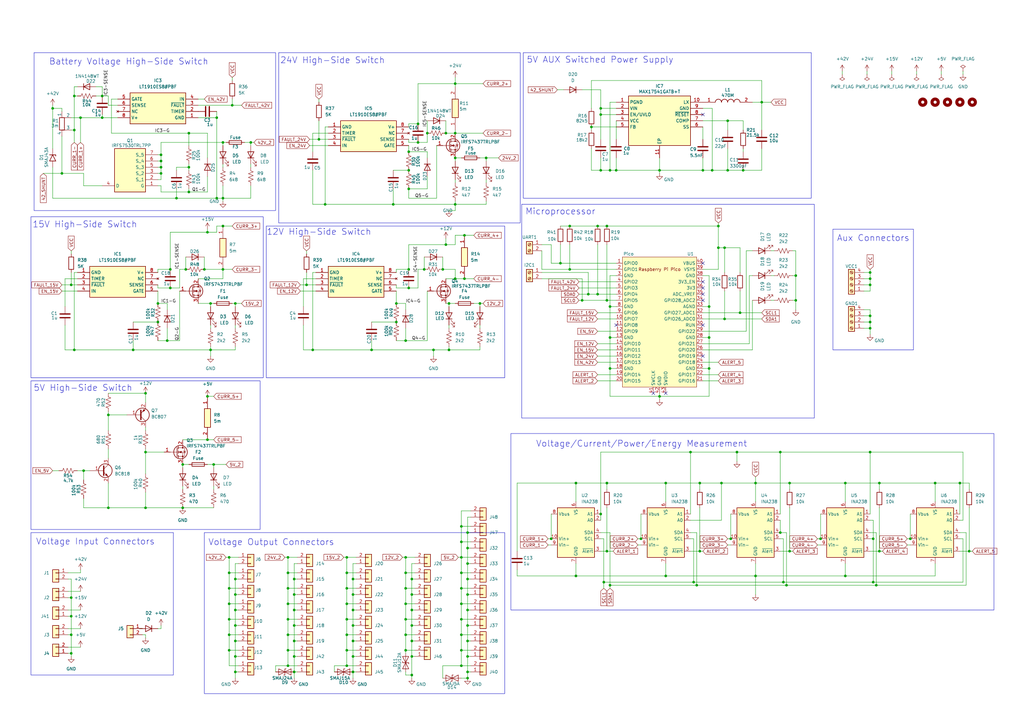
<source format=kicad_sch>
(kicad_sch (version 20231120) (generator "eeschema") (generator_version "8.0")
  (paper "A3")
  (junction (at 166.37 228.6))
  (junction (at 182.88 54.61))
  (junction (at 66.04 66.04))
  (junction (at 303.53 128.27))
  (junction (at 190.5 96.52))
  (junction (at 262.89 220.98))
  (junction (at 144.78 275.59))
  (junction (at 346.71 236.22))
  (junction (at 248.92 123.19))
  (junction (at 226.06 220.98))
  (junction (at 88.9 48.26))
  (junction (at 167.64 62.23))
  (junction (at 166.37 260.35))
  (junction (at 77.47 54.61))
  (junction (at 30.48 39.37))
  (junction (at 118.11 260.35))
  (junction (at 304.8 69.85))
  (junction (at 191.77 231.14))
  (junction (at 297.18 101.6))
  (junction (at 166.37 241.3))
  (junction (at 273.05 198.12))
  (junction (at 287.02 226.06))
  (junction (at 96.52 243.84))
  (junction (at 294.64 92.71))
  (junction (at 186.69 54.61))
  (junction (at 284.48 238.76))
  (junction (at 167.64 110.49))
  (junction (at 302.26 185.42))
  (junction (at 69.85 118.11))
  (junction (at 177.8 143.51))
  (junction (at 236.22 236.22))
  (junction (at 250.19 125.73))
  (junction (at 118.11 254))
  (junction (at 189.23 228.6))
  (junction (at 233.68 92.71))
  (junction (at 128.27 143.51))
  (junction (at 184.15 124.46))
  (junction (at 241.3 120.65))
  (junction (at 125.73 116.84))
  (junction (at 85.09 95.25))
  (junction (at 356.87 116.84))
  (junction (at 246.38 69.85))
  (junction (at 30.48 143.51))
  (junction (at 270.51 162.56))
  (junction (at 64.77 124.46))
  (junction (at 233.68 110.49))
  (junction (at 29.21 252.73))
  (junction (at 96.52 237.49))
  (junction (at 168.91 269.24))
  (junction (at 77.47 78.74))
  (junction (at 323.85 226.06))
  (junction (at 248.92 198.12))
  (junction (at 144.78 237.49))
  (junction (at 250.19 138.43))
  (junction (at 66.04 71.12))
  (junction (at 285.75 240.03))
  (junction (at 359.41 240.03))
  (junction (at 346.71 198.12))
  (junction (at 166.37 247.65))
  (junction (at 120.65 275.59))
  (junction (at 191.77 237.49))
  (junction (at 87.63 190.5))
  (junction (at 323.85 198.12))
  (junction (at 298.45 49.53))
  (junction (at 309.88 236.22))
  (junction (at 91.44 92.71))
  (junction (at 320.04 185.42))
  (junction (at 356.87 129.54))
  (junction (at 167.64 69.85))
  (junction (at 199.39 64.77))
  (junction (at 189.23 215.9))
  (junction (at 29.21 267.97))
  (junction (at 191.77 243.84))
  (junction (at 250.19 151.13))
  (junction (at 246.38 210.82))
  (junction (at 356.87 185.42))
  (junction (at 356.87 132.08))
  (junction (at 245.11 120.65))
  (junction (at 142.24 266.7))
  (junction (at 120.65 243.84))
  (junction (at 59.69 208.28))
  (junction (at 186.69 83.82))
  (junction (at 133.35 83.82))
  (junction (at 250.19 240.03))
  (junction (at 383.54 198.12))
  (junction (at 118.11 266.7))
  (junction (at 64.77 132.08))
  (junction (at 34.29 193.04))
  (junction (at 397.51 226.06))
  (junction (at 142.24 254))
  (junction (at 191.77 275.59))
  (junction (at 288.29 69.85))
  (junction (at 118.11 273.05))
  (junction (at 29.21 260.35))
  (junction (at 91.44 81.28))
  (junction (at 360.68 198.12))
  (junction (at 186.69 64.77))
  (junction (at 290.83 125.73))
  (junction (at 102.87 58.42))
  (junction (at 171.45 50.8))
  (junction (at 59.69 161.29))
  (junction (at 270.51 69.85))
  (junction (at 96.52 262.89))
  (junction (at 91.44 110.49))
  (junction (at 93.98 234.95))
  (junction (at 290.83 151.13))
  (junction (at 373.38 220.98))
  (junction (at 142.24 234.95))
  (junction (at 166.37 254))
  (junction (at 168.91 237.49))
  (junction (at 299.72 220.98))
  (junction (at 321.31 238.76))
  (junction (at 161.29 83.82))
  (junction (at 356.87 134.62))
  (junction (at 246.38 44.45))
  (junction (at 142.24 260.35))
  (junction (at 189.23 254))
  (junction (at 358.14 220.98))
  (junction (at 189.23 273.05))
  (junction (at 167.64 77.47))
  (junction (at 118.11 241.3))
  (junction (at 191.77 218.44))
  (junction (at 322.58 240.03))
  (junction (at 191.77 278.13))
  (junction (at 74.93 208.28))
  (junction (at 30.48 53.34))
  (junction (at 295.91 198.12))
  (junction (at 29.21 116.84))
  (junction (at 69.85 110.49))
  (junction (at 91.44 58.42))
  (junction (at 168.91 262.89))
  (junction (at 96.52 124.46))
  (junction (at 246.38 46.99))
  (junction (at 294.64 101.6))
  (junction (at 118.11 228.6))
  (junction (at 356.87 111.76))
  (junction (at 144.78 269.24))
  (junction (at 142.24 273.05))
  (junction (at 29.21 245.11))
  (junction (at 297.18 130.81))
  (junction (at 68.58 139.7))
  (junction (at 44.45 170.18))
  (junction (at 287.02 198.12))
  (junction (at 144.78 250.19))
  (junction (at 189.23 266.7))
  (junction (at 242.57 52.07))
  (junction (at 360.68 226.06))
  (junction (at 118.11 247.65))
  (junction (at 336.55 220.98))
  (junction (at 238.76 123.19))
  (junction (at 83.82 110.49))
  (junction (at 93.98 247.65))
  (junction (at 245.11 92.71))
  (junction (at 173.99 110.49))
  (junction (at 120.65 269.24))
  (junction (at 96.52 275.59))
  (junction (at 76.2 110.49))
  (junction (at 292.1 69.85))
  (junction (at 186.69 114.3))
  (junction (at 326.39 123.19))
  (junction (at 312.42 41.91))
  (junction (at 85.09 180.34))
  (junction (at 86.36 143.51))
  (junction (at 182.88 100.33))
  (junction (at 162.56 124.46))
  (junction (at 393.7 198.12))
  (junction (at 166.37 139.7))
  (junction (at 252.73 69.85))
  (junction (at 236.22 198.12))
  (junction (at 93.98 266.7))
  (junction (at 85.09 162.56))
  (junction (at 25.4 71.12))
  (junction (at 189.23 241.3))
  (junction (at 181.61 110.49))
  (junction (at 59.69 185.42))
  (junction (at 144.78 256.54))
  (junction (at 144.78 262.89))
  (junction (at 118.11 234.95))
  (junction (at 88.9 81.28))
  (junction (at 168.91 276.86))
  (junction (at 93.98 260.35))
  (junction (at 248.92 226.06))
  (junction (at 144.78 243.84))
  (junction (at 142.24 247.65))
  (junction (at 166.37 234.95))
  (junction (at 175.26 54.61))
  (junction (at 44.45 208.28))
  (junction (at 142.24 241.3))
  (junction (at 168.91 243.84))
  (junction (at 130.81 57.15))
  (junction (at 196.85 124.46))
  (junction (at 74.93 190.5))
  (junction (at 247.65 238.76))
  (junction (at 189.23 234.95))
  (junction (at 248.92 92.71))
  (junction (at 358.14 238.76))
  (junction (at 96.52 269.24))
  (junction (at 96.52 256.54))
  (junction (at 290.83 138.43))
  (junction (at 21.59 44.45))
  (junction (at 77.47 68.58))
  (junction (at 120.65 250.19))
  (junction (at 273.05 236.22))
  (junction (at 93.98 254))
  (junction (at 191.77 262.89))
  (junction (at 189.23 222.25))
  (junction (at 86.36 124.46))
  (junction (at 66.04 68.58))
  (junction (at 152.4 143.51))
  (junction (at 162.56 132.08))
  (junction (at 189.23 247.65))
  (junction (at 326.39 113.03))
  (junction (at 166.37 266.7))
  (junction (at 320.04 218.44))
  (junction (at 120.65 256.54))
  (junction (at 167.64 118.11))
  (junction (at 250.19 69.85))
  (junction (at 41.91 48.26))
  (junction (at 72.39 81.28))
  (junction (at 191.77 250.19))
  (junction (at 309.88 198.12))
  (junction (at 189.23 260.35))
  (junction (at 191.77 224.79))
  (junction (at 168.91 250.19))
  (junction (at 93.98 241.3))
  (junction (at 41.91 39.37))
  (junction (at 186.69 34.29))
  (junction (at 191.77 256.54))
  (junction (at 54.61 143.51))
  (junction (at 168.91 256.54))
  (junction (at 191.77 269.24))
  (junction (at 171.45 58.42))
  (junction (at 190.5 114.3))
  (junction (at 33.02 48.26))
  (junction (at 283.21 185.42))
  (junction (at 120.65 262.89))
  (junction (at 229.87 107.95))
  (junction (at 298.45 69.85))
  (junction (at 95.25 43.18))
  (junction (at 96.52 250.19))
  (junction (at 66.04 63.5))
  (junction (at 184.15 143.51))
  (junction (at 142.24 228.6))
  (junction (at 93.98 228.6))
  (junction (at 120.65 237.49))
  (junction (at 356.87 114.3))
  (no_connect (at 288.29 120.65))
  (no_connect (at 288.29 123.19))
  (no_connect (at 288.29 146.05))
  (no_connect (at 267.97 161.29))
  (no_connect (at 288.29 46.99))
  (no_connect (at 288.29 107.95))
  (no_connect (at 273.05 161.29))
  (no_connect (at 288.29 115.57))
  (no_connect (at 288.29 133.35))
  (no_connect (at 288.29 118.11))
  (no_connect (at 252.73 133.35))
  (wire (pts (xy 297.18 119.38) (xy 297.18 130.81)))
  (wire (pts (xy 93.98 247.65) (xy 93.98 241.3)))
  (wire (pts (xy 290.83 125.73) (xy 290.83 138.43)))
  (wire (pts (xy 102.87 59.69) (xy 102.87 58.42)))
  (wire (pts (xy 97.79 266.7) (xy 93.98 266.7)))
  (wire (pts (xy 246.38 210.82) (xy 246.38 213.36)))
  (wire (pts (xy 189.23 260.35) (xy 193.04 260.35)))
  (wire (pts (xy 189.23 241.3) (xy 193.04 241.3)))
  (wire (pts (xy 74.93 180.34) (xy 85.09 180.34)))
  (wire (pts (xy 64.77 110.49) (xy 69.85 110.49)))
  (wire (pts (xy 85.09 162.56) (xy 87.63 162.56)))
  (wire (pts (xy 182.88 54.61) (xy 186.69 54.61)))
  (wire (pts (xy 290.83 113.03) (xy 290.83 125.73)))
  (wire (pts (xy 44.45 170.18) (xy 44.45 168.91)))
  (wire (pts (xy 397.51 198.12) (xy 393.7 198.12)))
  (wire (pts (xy 303.53 128.27) (xy 312.42 128.27)))
  (wire (pts (xy 250.19 151.13) (xy 252.73 151.13)))
  (wire (pts (xy 190.5 96.52) (xy 194.31 96.52)))
  (wire (pts (xy 236.22 198.12) (xy 248.92 198.12)))
  (wire (pts (xy 27.94 265.43) (xy 33.02 265.43)))
  (wire (pts (xy 173.99 105.41) (xy 173.99 110.49)))
  (wire (pts (xy 142.24 260.35) (xy 146.05 260.35)))
  (wire (pts (xy 166.37 127) (xy 166.37 124.46)))
  (wire (pts (xy 102.87 67.31) (xy 102.87 68.58)))
  (wire (pts (xy 86.36 143.51) (xy 86.36 146.05)))
  (wire (pts (xy 189.23 234.95) (xy 189.23 241.3)))
  (wire (pts (xy 224.79 220.98) (xy 226.06 220.98)))
  (wire (pts (xy 142.24 247.65) (xy 146.05 247.65)))
  (wire (pts (xy 168.91 262.89) (xy 170.18 262.89)))
  (wire (pts (xy 27.94 234.95) (xy 33.02 234.95)))
  (wire (pts (xy 144.78 237.49) (xy 144.78 243.84)))
  (wire (pts (xy 241.3 111.76) (xy 241.3 120.65)))
  (wire (pts (xy 74.93 190.5) (xy 74.93 191.77)))
  (wire (pts (xy 59.69 161.29) (xy 59.69 165.1)))
  (wire (pts (xy 298.45 49.53) (xy 298.45 53.34)))
  (wire (pts (xy 320.04 218.44) (xy 322.58 218.44)))
  (wire (pts (xy 238.76 36.83) (xy 246.38 36.83)))
  (wire (pts (xy 68.58 139.7) (xy 73.66 139.7)))
  (wire (pts (xy 144.78 275.59) (xy 146.05 275.59)))
  (wire (pts (xy 64.77 257.81) (xy 66.04 257.81)))
  (wire (pts (xy 93.98 254) (xy 93.98 247.65)))
  (wire (pts (xy 228.6 36.83) (xy 231.14 36.83)))
  (wire (pts (xy 245.11 120.65) (xy 252.73 120.65)))
  (wire (pts (xy 168.91 237.49) (xy 168.91 243.84)))
  (wire (pts (xy 312.42 41.91) (xy 316.23 41.91)))
  (wire (pts (xy 356.87 213.36) (xy 358.14 213.36)))
  (wire (pts (xy 77.47 67.31) (xy 77.47 68.58)))
  (wire (pts (xy 304.8 69.85) (xy 312.42 69.85)))
  (wire (pts (xy 375.92 29.21) (xy 375.92 30.48)))
  (wire (pts (xy 166.37 266.7) (xy 170.18 266.7)))
  (wire (pts (xy 96.52 250.19) (xy 97.79 250.19)))
  (wire (pts (xy 29.21 102.87) (xy 29.21 104.14)))
  (wire (pts (xy 181.61 105.41) (xy 181.61 110.49)))
  (wire (pts (xy 77.47 54.61) (xy 77.47 59.69)))
  (wire (pts (xy 86.36 124.46) (xy 87.63 124.46)))
  (wire (pts (xy 184.15 124.46) (xy 182.88 124.46)))
  (wire (pts (xy 39.37 35.56) (xy 41.91 35.56)))
  (wire (pts (xy 288.29 125.73) (xy 290.83 125.73)))
  (wire (pts (xy 142.24 266.7) (xy 142.24 273.05)))
  (wire (pts (xy 142.24 273.05) (xy 137.16 273.05)))
  (wire (pts (xy 168.91 262.89) (xy 168.91 269.24)))
  (wire (pts (xy 189.23 254) (xy 189.23 260.35)))
  (wire (pts (xy 187.96 228.6) (xy 189.23 228.6)))
  (wire (pts (xy 245.11 130.81) (xy 252.73 130.81)))
  (wire (pts (xy 356.87 132.08) (xy 356.87 134.62)))
  (wire (pts (xy 168.91 250.19) (xy 170.18 250.19)))
  (wire (pts (xy 59.69 184.15) (xy 59.69 185.42)))
  (wire (pts (xy 21.59 44.45) (xy 25.4 44.45)))
  (wire (pts (xy 191.77 269.24) (xy 191.77 275.59)))
  (wire (pts (xy 288.29 49.53) (xy 298.45 49.53)))
  (wire (pts (xy 162.56 110.49) (xy 167.64 110.49)))
  (wire (pts (xy 168.91 256.54) (xy 170.18 256.54)))
  (wire (pts (xy 129.54 111.76) (xy 128.27 111.76)))
  (wire (pts (xy 295.91 198.12) (xy 309.88 198.12)))
  (wire (pts (xy 127 59.69) (xy 134.62 59.69)))
  (wire (pts (xy 245.11 148.59) (xy 252.73 148.59)))
  (wire (pts (xy 125.73 116.84) (xy 129.54 116.84)))
  (wire (pts (xy 118.11 247.65) (xy 121.92 247.65)))
  (wire (pts (xy 393.7 218.44) (xy 396.24 218.44)))
  (wire (pts (xy 96.52 237.49) (xy 97.79 237.49)))
  (wire (pts (xy 128.27 83.82) (xy 133.35 83.82)))
  (wire (pts (xy 95.25 43.18) (xy 99.06 43.18)))
  (wire (pts (xy 199.39 64.77) (xy 204.47 64.77)))
  (wire (pts (xy 96.52 275.59) (xy 97.79 275.59)))
  (wire (pts (xy 309.88 243.84) (xy 309.88 236.22)))
  (wire (pts (xy 189.23 247.65) (xy 193.04 247.65)))
  (wire (pts (xy 34.29 193.04) (xy 36.83 193.04)))
  (wire (pts (xy 96.52 269.24) (xy 97.79 269.24)))
  (wire (pts (xy 66.04 63.5) (xy 66.04 66.04)))
  (wire (pts (xy 236.22 231.14) (xy 236.22 236.22)))
  (wire (pts (xy 288.29 140.97) (xy 307.34 140.97)))
  (wire (pts (xy 394.97 238.76) (xy 358.14 238.76)))
  (wire (pts (xy 25.4 45.72) (xy 25.4 44.45)))
  (wire (pts (xy 120.65 243.84) (xy 120.65 250.19)))
  (wire (pts (xy 175.26 77.47) (xy 167.64 77.47)))
  (wire (pts (xy 128.27 54.61) (xy 128.27 62.23)))
  (wire (pts (xy 320.04 220.98) (xy 321.31 220.98)))
  (wire (pts (xy 96.52 124.46) (xy 96.52 125.73)))
  (wire (pts (xy 288.29 138.43) (xy 290.83 138.43)))
  (wire (pts (xy 248.92 198.12) (xy 248.92 200.66)))
  (wire (pts (xy 118.11 241.3) (xy 118.11 247.65)))
  (wire (pts (xy 386.08 29.21) (xy 386.08 30.48)))
  (wire (pts (xy 246.38 46.99) (xy 246.38 44.45)))
  (wire (pts (xy 242.57 33.02) (xy 312.42 33.02)))
  (wire (pts (xy 96.52 275.59) (xy 96.52 278.13)))
  (wire (pts (xy 196.85 124.46) (xy 198.12 124.46)))
  (wire (pts (xy 167.64 110.49) (xy 167.64 100.33)))
  (wire (pts (xy 118.11 228.6) (xy 118.11 234.95)))
  (wire (pts (xy 167.64 100.33) (xy 182.88 100.33)))
  (wire (pts (xy 144.78 237.49) (xy 146.05 237.49)))
  (wire (pts (xy 177.8 143.51) (xy 184.15 143.51)))
  (wire (pts (xy 320.04 226.06) (xy 323.85 226.06)))
  (wire (pts (xy 312.42 60.96) (xy 312.42 69.85)))
  (wire (pts (xy 245.11 135.89) (xy 252.73 135.89)))
  (wire (pts (xy 273.05 198.12) (xy 273.05 205.74)))
  (wire (pts (xy 44.45 39.37) (xy 41.91 39.37)))
  (wire (pts (xy 25.4 116.84) (xy 29.21 116.84)))
  (wire (pts (xy 191.77 250.19) (xy 193.04 250.19)))
  (wire (pts (xy 304.8 53.34) (xy 304.8 49.53)))
  (wire (pts (xy 118.11 273.05) (xy 121.92 273.05)))
  (wire (pts (xy 85.09 78.74) (xy 85.09 72.39)))
  (wire (pts (xy 245.11 128.27) (xy 252.73 128.27)))
  (wire (pts (xy 184.15 133.35) (xy 184.15 134.62)))
  (wire (pts (xy 166.37 241.3) (xy 170.18 241.3)))
  (wire (pts (xy 66.04 257.81) (xy 66.04 256.54)))
  (wire (pts (xy 27.94 267.97) (xy 29.21 267.97)))
  (wire (pts (xy 118.11 228.6) (xy 121.92 228.6)))
  (wire (pts (xy 287.02 226.06) (xy 287.02 208.28)))
  (wire (pts (xy 166.37 247.65) (xy 170.18 247.65)))
  (wire (pts (xy 73.66 118.11) (xy 73.66 110.49)))
  (wire (pts (xy 88.9 81.28) (xy 91.44 81.28)))
  (wire (pts (xy 356.87 134.62) (xy 356.87 137.16)))
  (wire (pts (xy 142.24 228.6) (xy 146.05 228.6)))
  (wire (pts (xy 184.15 142.24) (xy 184.15 143.51)))
  (wire (pts (xy 222.25 111.76) (xy 241.3 111.76)))
  (wire (pts (xy 186.69 100.33) (xy 186.69 96.52)))
  (wire (pts (xy 181.61 110.49) (xy 186.69 110.49)))
  (wire (pts (xy 86.36 133.35) (xy 86.36 134.62)))
  (wire (pts (xy 175.26 58.42) (xy 175.26 54.61)))
  (wire (pts (xy 360.68 226.06) (xy 361.95 226.06)))
  (wire (pts (xy 294.64 101.6) (xy 297.18 101.6)))
  (wire (pts (xy 96.52 250.19) (xy 96.52 256.54)))
  (wire (pts (xy 44.45 43.18) (xy 44.45 39.37)))
  (wire (pts (xy 87.63 190.5) (xy 87.63 191.77)))
  (wire (pts (xy 306.07 102.87) (xy 308.61 102.87)))
  (wire (pts (xy 250.19 113.03) (xy 250.19 125.73)))
  (wire (pts (xy 245.11 156.21) (xy 252.73 156.21)))
  (wire (pts (xy 44.45 208.28) (xy 59.69 208.28)))
  (wire (pts (xy 270.51 162.56) (xy 270.51 163.83)))
  (wire (pts (xy 66.04 58.42) (xy 91.44 58.42)))
  (wire (pts (xy 303.53 111.76) (xy 303.53 101.6)))
  (wire (pts (xy 120.65 269.24) (xy 120.65 275.59)))
  (wire (pts (xy 191.77 275.59) (xy 193.04 275.59)))
  (wire (pts (xy 93.98 234.95) (xy 93.98 228.6)))
  (wire (pts (xy 162.56 139.7) (xy 166.37 139.7)))
  (wire (pts (xy 162.56 111.76) (xy 162.56 110.49)))
  (wire (pts (xy 224.79 223.52) (xy 226.06 223.52)))
  (wire (pts (xy 182.88 49.53) (xy 182.88 54.61)))
  (wire (pts (xy 77.47 54.61) (xy 85.09 54.61)))
  (wire (pts (xy 252.73 49.53) (xy 252.73 57.15)))
  (wire (pts (xy 242.57 52.07) (xy 242.57 53.34)))
  (wire (pts (xy 167.64 50.8) (xy 171.45 50.8)))
  (wire (pts (xy 27.94 250.19) (xy 33.02 250.19)))
  (wire (pts (xy 191.77 262.89) (xy 191.77 269.24)))
  (wire (pts (xy 250.19 69.85) (xy 252.73 69.85)))
  (wire (pts (xy 142.24 260.35) (xy 142.24 266.7)))
  (wire (pts (xy 308.61 143.51) (xy 308.61 123.19)))
  (wire (pts (xy 59.69 201.93) (xy 59.69 208.28)))
  (wire (pts (xy 237.49 123.19) (xy 238.76 123.19)))
  (wire (pts (xy 142.24 273.05) (xy 146.05 273.05)))
  (wire (pts (xy 134.62 52.07) (xy 133.35 52.07)))
  (wire (pts (xy 45.72 40.64) (xy 45.72 54.61)))
  (wire (pts (xy 144.78 269.24) (xy 146.05 269.24)))
  (wire (pts (xy 354.33 132.08) (xy 356.87 132.08)))
  (wire (pts (xy 29.21 252.73) (xy 29.21 260.35)))
  (wire (pts (xy 222.25 100.33) (xy 226.06 100.33)))
  (wire (pts (xy 292.1 44.45) (xy 292.1 69.85)))
  (wire (pts (xy 288.29 57.15) (xy 288.29 52.07)))
  (wire (pts (xy 69.85 118.11) (xy 73.66 118.11)))
  (wire (pts (xy 336.55 210.82) (xy 336.55 220.98)))
  (wire (pts (xy 252.73 41.91) (xy 250.19 41.91)))
  (wire (pts (xy 306.07 135.89) (xy 306.07 102.87)))
  (wire (pts (xy 142.24 247.65) (xy 142.24 254)))
  (wire (pts (xy 120.65 262.89) (xy 120.65 269.24)))
  (wire (pts (xy 193.04 273.05) (xy 189.23 273.05)))
  (wire (pts (xy 120.65 250.19) (xy 121.92 250.19)))
  (wire (pts (xy 247.65 220.98) (xy 247.65 238.76)))
  (wire (pts (xy 326.39 113.03) (xy 326.39 123.19)))
  (wire (pts (xy 290.83 151.13) (xy 290.83 162.56)))
  (wire (pts (xy 54.61 132.08) (xy 64.77 132.08)))
  (wire (pts (xy 97.79 273.05) (xy 93.98 273.05)))
  (wire (pts (xy 162.56 116.84) (xy 162.56 118.11)))
  (wire (pts (xy 72.39 77.47) (xy 72.39 81.28)))
  (wire (pts (xy 288.29 110.49) (xy 294.64 110.49)))
  (wire (pts (xy 34.29 208.28) (xy 44.45 208.28)))
  (wire (pts (xy 144.78 278.13) (xy 144.78 275.59)))
  (wire (pts (xy 166.37 234.95) (xy 166.37 241.3)))
  (wire (pts (xy 97.79 247.65) (xy 93.98 247.65)))
  (wire (pts (xy 196.85 124.46) (xy 196.85 125.73)))
  (wire (pts (xy 128.27 111.76) (xy 128.27 143.51)))
  (wire (pts (xy 87.63 208.28) (xy 74.93 208.28)))
  (wire (pts (xy 166.37 234.95) (xy 170.18 234.95)))
  (wire (pts (xy 125.73 102.87) (xy 125.73 104.14)))
  (wire (pts (xy 233.68 100.33) (xy 233.68 110.49)))
  (wire (pts (xy 335.28 223.52) (xy 336.55 223.52)))
  (wire (pts (xy 30.48 53.34) (xy 30.48 58.42)))
  (wire (pts (xy 186.69 110.49) (xy 186.69 114.3)))
  (wire (pts (xy 298.45 220.98) (xy 299.72 220.98)))
  (wire (pts (xy 191.77 237.49) (xy 193.04 237.49)))
  (wire (pts (xy 175.26 72.39) (xy 175.26 77.47)))
  (wire (pts (xy 222.25 110.49) (xy 233.68 110.49)))
  (wire (pts (xy 393.7 220.98) (xy 394.97 220.98)))
  (wire (pts (xy 144.78 262.89) (xy 146.05 262.89)))
  (wire (pts (xy 161.29 77.47) (xy 161.29 83.82)))
  (wire (pts (xy 242.57 69.85) (xy 246.38 69.85)))
  (wire (pts (xy 30.48 143.51) (xy 54.61 143.51)))
  (wire (pts (xy 283.21 213.36) (xy 295.91 213.36)))
  (wire (pts (xy 247.65 238.76) (xy 247.65 241.3)))
  (wire (pts (xy 168.91 269.24) (xy 170.18 269.24)))
  (wire (pts (xy 171.45 34.29) (xy 186.69 34.29)))
  (wire (pts (xy 222.25 114.3) (xy 238.76 114.3)))
  (wire (pts (xy 186.69 54.61) (xy 198.12 54.61)))
  (wire (pts (xy 81.28 40.64) (xy 83.82 40.64)))
  (wire (pts (xy 27.94 245.11) (xy 29.21 245.11)))
  (wire (pts (xy 83.82 110.49) (xy 91.44 110.49)))
  (wire (pts (xy 191.77 231.14) (xy 193.04 231.14)))
  (wire (pts (xy 181.61 273.05) (xy 189.23 273.05)))
  (wire (pts (xy 33.02 48.26) (xy 41.91 48.26)))
  (wire (pts (xy 34.29 76.2) (xy 41.91 76.2)))
  (wire (pts (xy 383.54 231.14) (xy 383.54 236.22)))
  (wire (pts (xy 298.45 69.85) (xy 304.8 69.85)))
  (wire (pts (xy 354.33 129.54) (xy 356.87 129.54)))
  (wire (pts (xy 246.38 220.98) (xy 247.65 220.98)))
  (wire (pts (xy 68.58 124.46) (xy 68.58 127)))
  (wire (pts (xy 72.39 69.85) (xy 72.39 68.58)))
  (wire (pts (xy 316.23 113.03) (xy 317.5 113.03)))
  (wire (pts (xy 120.65 237.49) (xy 121.92 237.49)))
  (wire (pts (xy 226.06 100.33) (xy 226.06 107.95)))
  (wire (pts (xy 245.11 143.51) (xy 252.73 143.51)))
  (wire (pts (xy 166.37 254) (xy 170.18 254)))
  (wire (pts (xy 66.04 76.2) (xy 66.04 78.74)))
  (wire (pts (xy 64.77 68.58) (xy 66.04 68.58)))
  (wire (pts (xy 288.29 148.59) (xy 294.64 148.59)))
  (wire (pts (xy 186.69 83.82) (xy 186.69 86.36)))
  (wire (pts (xy 186.69 86.36) (xy 184.15 86.36)))
  (wire (pts (xy 222.25 110.49) (xy 222.25 102.87)))
  (wire (pts (xy 189.23 247.65) (xy 189.23 254)))
  (wire (pts (xy 356.87 218.44) (xy 359.41 218.44)))
  (wire (pts (xy 167.64 81.28) (xy 179.07 81.28)))
  (wire (pts (xy 144.78 243.84) (xy 144.78 250.19)))
  (wire (pts (xy 96.52 262.89) (xy 96.52 269.24)))
  (wire (pts (xy 285.75 218.44) (xy 285.75 240.03)))
  (wire (pts (xy 54.61 143.51) (xy 86.36 143.51)))
  (wire (pts (xy 161.29 69.85) (xy 167.64 69.85)))
  (wire (pts (xy 96.52 231.14) (xy 96.52 237.49)))
  (wire (pts (xy 356.87 220.98) (xy 358.14 220.98)))
  (wire (pts (xy 288.29 135.89) (xy 306.07 135.89)))
  (wire (pts (xy 283.21 210.82) (xy 283.21 185.42)))
  (wire (pts (xy 93.98 260.35) (xy 93.98 254)))
  (wire (pts (xy 191.77 218.44) (xy 193.04 218.44)))
  (wire (pts (xy 189.23 209.55) (xy 193.04 209.55)))
  (wire (pts (xy 83.82 105.41) (xy 83.82 110.49)))
  (wire (pts (xy 66.04 76.2) (xy 64.77 76.2)))
  (wire (pts (xy 335.28 220.98) (xy 336.55 220.98)))
  (wire (pts (xy 17.78 71.12) (xy 25.4 71.12)))
  (wire (pts (xy 118.11 234.95) (xy 118.11 241.3)))
  (wire (pts (xy 396.24 218.44) (xy 396.24 240.03)))
  (wire (pts (xy 396.24 240.03) (xy 359.41 240.03)))
  (wire (pts (xy 191.77 262.89) (xy 193.04 262.89)))
  (wire (pts (xy 85.09 54.61) (xy 85.09 64.77)))
  (wire (pts (xy 189.23 215.9) (xy 189.23 209.55)))
  (wire (pts (xy 168.91 231.14) (xy 170.18 231.14)))
  (wire (pts (xy 261.62 223.52) (xy 262.89 223.52)))
  (wire (pts (xy 167.64 59.69) (xy 167.64 62.23)))
  (wire (pts (xy 64.77 124.46) (xy 68.58 124.46)))
  (wire (pts (xy 248.92 226.06) (xy 251.46 226.06)))
  (wire (pts (xy 21.59 44.45) (xy 21.59 60.96)))
  (wire (pts (xy 191.77 218.44) (xy 191.77 212.09)))
  (wire (pts (xy 167.64 118.11) (xy 171.45 118.11)))
  (wire (pts (xy 236.22 198.12) (xy 212.09 198.12)))
  (wire (pts (xy 29.21 53.34) (xy 30.48 53.34)))
  (wire (pts (xy 26.67 114.3) (xy 31.75 114.3)))
  (wire (pts (xy 238.76 123.19) (xy 248.92 123.19)))
  (wire (pts (xy 29.21 116.84) (xy 31.75 116.84)))
  (wire (pts (xy 283.21 218.44) (xy 285.75 218.44)))
  (wire (pts (xy 54.61 139.7) (xy 54.61 143.51)))
  (wire (pts (xy 175.26 49.53) (xy 175.26 54.61)))
  (wire (pts (xy 81.28 124.46) (xy 86.36 124.46)))
  (wire (pts (xy 30.48 35.56) (xy 30.48 39.37)))
  (wire (pts (xy 233.68 110.49) (xy 252.73 110.49)))
  (wire (pts (xy 252.73 52.07) (xy 242.57 52.07)))
  (wire (pts (xy 128.27 143.51) (xy 124.46 143.51)))
  (wire (pts (xy 86.36 143.51) (xy 96.52 143.51)))
  (wire (pts (xy 39.37 39.37) (xy 41.91 39.37)))
  (wire (pts (xy 326.39 123.19) (xy 326.39 127)))
  (wire (pts (xy 166.37 260.35) (xy 170.18 260.35)))
  (wire (pts (xy 189.23 241.3) (xy 189.23 247.65)))
  (wire (pts (xy 312.42 53.34) (xy 312.42 41.91)))
  (wire (pts (xy 72.39 68.58) (xy 77.47 68.58)))
  (wire (pts (xy 346.71 236.22) (xy 383.54 236.22)))
  (wire (pts (xy 229.87 107.95) (xy 252.73 107.95)))
  (wire (pts (xy 124.46 125.73) (xy 124.46 114.3)))
  (wire (pts (xy 248.92 123.19) (xy 252.73 123.19)))
  (wire (pts (xy 130.81 49.53) (xy 130.81 57.15)))
  (wire (pts (xy 288.29 69.85) (xy 292.1 69.85)))
  (wire (pts (xy 85.09 180.34) (xy 87.63 180.34)))
  (wire (pts (xy 85.09 95.25) (xy 88.9 95.25)))
  (wire (pts (xy 284.48 220.98) (xy 284.48 238.76)))
  (wire (pts (xy 199.39 73.66) (xy 199.39 74.93)))
  (wire (pts (xy 44.45 170.18) (xy 44.45 176.53)))
  (wire (pts (xy 69.85 110.49) (xy 69.85 95.25)))
  (wire (pts (xy 167.64 57.15) (xy 167.64 58.42)))
  (wire (pts (xy 152.4 139.7) (xy 152.4 143.51)))
  (wire (pts (xy 241.3 120.65) (xy 245.11 120.65)))
  (wire (pts (xy 66.04 78.74) (xy 77.47 78.74)))
  (wire (pts (xy 166.37 266.7) (xy 166.37 267.97)))
  (wire (pts (xy 233.68 92.71) (xy 245.11 92.71)))
  (wire (pts (xy 124.46 143.51) (xy 124.46 133.35)))
  (wire (pts (xy 144.78 231.14) (xy 146.05 231.14)))
  (wire (pts (xy 252.73 113.03) (xy 250.19 113.03)))
  (wire (pts (xy 246.38 46.99) (xy 246.38 57.15)))
  (wire (pts (xy 41.91 48.26) (xy 48.26 48.26)))
  (wire (pts (xy 64.77 139.7) (xy 68.58 139.7)))
  (wire (pts (xy 295.91 213.36) (xy 295.91 198.12)))
  (wire (pts (xy 96.52 269.24) (xy 96.52 275.59)))
  (wire (pts (xy 307.34 140.97) (xy 307.34 113.03)))
  (wire (pts (xy 199.39 64.77) (xy 199.39 66.04)))
  (wire (pts (xy 27.94 252.73) (xy 29.21 252.73)))
  (wire (pts (xy 394.97 220.98) (xy 394.97 238.76)))
  (wire (pts (xy 168.91 250.19) (xy 168.91 256.54)))
  (wire (pts (xy 87.63 199.39) (xy 87.63 200.66)))
  (wire (pts (xy 91.44 114.3) (xy 91.44 110.49)))
  (wire (pts (xy 191.77 212.09) (xy 193.04 212.09)))
  (wire (pts (xy 193.04 222.25) (xy 189.23 222.25)))
  (wire (pts (xy 320.04 185.42) (xy 302.26 185.42)))
  (wire (pts (xy 91.44 76.2) (xy 91.44 81.28)))
  (wire (pts (xy 166.37 139.7) (xy 175.26 139.7)))
  (wire (pts (xy 252.73 46.99) (xy 246.38 46.99)))
  (wire (pts (xy 144.78 256.54) (xy 144.78 262.89)))
  (wire (pts (xy 248.92 100.33) (xy 248.92 123.19)))
  (wire (pts (xy 237.49 120.65) (xy 241.3 120.65)))
  (wire (pts (xy 189.23 228.6) (xy 189.23 234.95)))
  (wire (pts (xy 168.91 243.84) (xy 168.91 250.19)))
  (wire (pts (xy 166.37 247.65) (xy 166.37 254)))
  (wire (pts (xy 199.39 83.82) (xy 199.39 82.55)))
  (wire (pts (xy 245.11 153.67) (xy 252.73 153.67)))
  (wire (pts (xy 120.65 262.89) (xy 121.92 262.89)))
  (wire (pts (xy 322.58 240.03) (xy 359.41 240.03)))
  (wire (pts (xy 196.85 64.77) (xy 199.39 64.77)))
  (wire (pts (xy 250.19 125.73) (xy 252.73 125.73)))
  (wire (pts (xy 116.84 228.6) (xy 118.11 228.6)))
  (wire (pts (xy 26.67 125.73) (xy 26.67 114.3)))
  (wire (pts (xy 74.93 199.39) (xy 74.93 200.66)))
  (wire (pts (xy 168.91 256.54) (xy 168.91 262.89)))
  (wire (pts (xy 184.15 124.46) (xy 186.69 124.46)))
  (wire (pts (xy 250.19 138.43) (xy 252.73 138.43)))
  (wire (pts (xy 246.38 226.06) (xy 248.92 226.06)))
  (wire (pts (xy 320.04 210.82) (xy 320.04 185.42)))
  (wire (pts (xy 250.19 218.44) (xy 250.19 240.03)))
  (wire (pts (xy 29.21 245.11) (xy 29.21 252.73)))
  (wire (pts (xy 190.5 114.3) (xy 194.31 114.3)))
  (wire (pts (xy 248.92 226.06) (xy 248.92 208.28)))
  (wire (pts (xy 66.04 73.66) (xy 66.04 71.12)))
  (wire (pts (xy 167.64 62.23) (xy 175.26 62.23)))
  (wire (pts (xy 365.76 29.21) (xy 365.76 30.48)))
  (wire (pts (xy 41.91 46.99) (xy 41.91 48.26)))
  (wire (pts (xy 358.14 213.36) (xy 358.14 220.98)))
  (wire (pts (xy 92.71 58.42) (xy 91.44 58.42)))
  (wire (pts (xy 250.19 162.56) (xy 270.51 162.56)))
  (wire (pts (xy 193.04 224.79) (xy 191.77 224.79)))
  (wire (pts (xy 81.28 43.18) (xy 95.25 43.18)))
  (wire (pts (xy 93.98 241.3) (xy 93.98 234.95)))
  (wire (pts (xy 288.29 156.21) (xy 294.64 156.21)))
  (wire (pts (xy 394.97 213.36) (xy 394.97 185.42)))
  (wire (pts (xy 186.69 114.3) (xy 190.5 114.3)))
  (wire (pts (xy 120.65 237.49) (xy 120.65 243.84)))
  (wire (pts (xy 316.23 123.19) (xy 317.5 123.19)))
  (wire (pts (xy 130.81 57.15) (xy 134.62 57.15)))
  (wire (pts (xy 166.37 228.6) (xy 170.18 228.6)))
  (wire (pts (xy 66.04 68.58) (xy 66.04 66.04)))
  (wire (pts (xy 246.38 69.85) (xy 250.19 69.85)))
  (wire (pts (xy 359.41 218.44) (xy 359.41 240.03)))
  (wire (pts (xy 360.68 198.12) (xy 383.54 198.12)))
  (wire (pts (xy 326.39 102.87) (xy 326.39 113.03)))
  (wire (pts (xy 59.69 208.28) (xy 74.93 208.28)))
  (wire (pts (xy 120.65 250.19) (xy 120.65 256.54)))
  (wire (pts (xy 31.75 111.76) (xy 30.48 111.76)))
  (wire (pts (xy 191.77 250.19) (xy 191.77 256.54)))
  (wire (pts (xy 323.85 198.12) (xy 346.71 198.12)))
  (wire (pts (xy 25.4 71.12) (xy 34.29 71.12)))
  (wire (pts (xy 30.48 39.37) (xy 30.48 53.34)))
  (wire (pts (xy 284.48 238.76) (xy 247.65 238.76)))
  (wire (pts (xy 59.69 185.42) (xy 67.31 185.42)))
  (wire (pts (xy 186.69 64.77) (xy 186.69 66.04)))
  (wire (pts (xy 171.45 58.42) (xy 175.26 58.42)))
  (wire (pts (xy 144.78 250.19) (xy 144.78 256.54)))
  (wire (pts (xy 127 57.15) (xy 130.81 57.15)))
  (wire (pts (xy 166.37 124.46) (xy 162.56 124.46)))
  (wire (pts (xy 120.65 269.24) (xy 121.92 269.24)))
  (wire (pts (xy 91.44 92.71) (xy 95.25 92.71)))
  (wire (pts (xy 360.68 226.06) (xy 360.68 208.28)))
  (wire (pts (xy 354.33 134.62) (xy 356.87 134.62)))
  (wire (pts (xy 182.88 100.33) (xy 186.69 100.33)))
  (wire (pts (xy 356.87 127) (xy 356.87 129.54)))
  (wire (pts (xy 248.92 198.12) (xy 273.05 198.12)))
  (wire (pts (xy 87.63 190.5) (xy 92.71 190.5)))
  (wire (pts (xy 246.38 218.44) (xy 250.19 218.44)))
  (wire (pts (xy 245.11 92.71) (xy 248.92 92.71)))
  (wire (pts (xy 397.51 208.28) (xy 397.51 226.06)))
  (wire (pts (xy 167.64 52.07) (xy 167.64 50.8)))
  (wire (pts (xy 142.24 266.7) (xy 146.05 266.7)))
  (wire (pts (xy 354.33 111.76) (xy 356.87 111.76)))
  (wire (pts (xy 196.85 133.35) (xy 196.85 134.62)))
  (wire (pts (xy 96.52 256.54) (xy 96.52 262.89)))
  (wire (pts (xy 186.69 96.52) (xy 190.5 96.52)))
  (wire (pts (xy 91.44 110.49) (xy 95.25 110.49)))
  (wire (pts (xy 123.19 116.84) (xy 125.73 116.84)))
  (wire (pts (xy 165.1 228.6) (xy 166.37 228.6)))
  (wire (pts (xy 21.59 81.28) (xy 72.39 81.28)))
  (wire (pts (xy 29.21 48.26) (xy 33.02 48.26)))
  (wire (pts (xy 48.26 40.64) (xy 45.72 40.64)))
  (wire (pts (xy 118.11 254) (xy 118.11 260.35)))
  (wire (pts (xy 309.88 198.12) (xy 309.88 205.74)))
  (wire (pts (xy 118.11 234.95) (xy 121.92 234.95)))
  (wire (pts (xy 68.58 139.7) (xy 68.58 134.62)))
  (wire (pts (xy 118.11 266.7) (xy 121.92 266.7)))
  (wire (pts (xy 320.04 213.36) (xy 320.04 218.44)))
  (wire (pts (xy 346.71 198.12) (xy 346.71 205.74)))
  (wire (pts (xy 120.65 231.14) (xy 120.65 237.49)))
  (wire (pts (xy 168.91 231.14) (xy 168.91 237.49)))
  (wire (pts (xy 262.89 210.82) (xy 262.89 220.98)))
  (wire (pts (xy 44.45 161.29) (xy 59.69 161.29)))
  (wire (pts (xy 372.11 223.52) (xy 373.38 223.52)))
  (wire (pts (xy 288.29 130.81) (xy 297.18 130.81)))
  (wire (pts (xy 140.97 228.6) (xy 142.24 228.6)))
  (wire (pts (xy 86.36 142.24) (xy 86.36 143.51)))
  (wire (pts (xy 25.4 71.12) (xy 25.4 55.88)))
  (wire (pts (xy 236.22 198.12) (xy 236.22 205.74)))
  (wire (pts (xy 31.75 35.56) (xy 30.48 35.56)))
  (wire (pts (xy 72.39 81.28) (xy 88.9 81.28)))
  (wire (pts (xy 69.85 95.25) (xy 85.09 95.25)))
  (wire (pts (xy 189.23 222.25) (xy 189.23 215.9)))
  (wire (pts (xy 142.24 241.3) (xy 146.05 241.3)))
  (wire (pts (xy 34.29 193.04) (xy 34.29 196.85)))
  (wire (pts (xy 297.18 111.76) (xy 297.18 101.6)))
  (wire (pts (xy 287.02 198.12) (xy 295.91 198.12)))
  (wire (pts (xy 309.88 195.58) (xy 309.88 198.12)))
  (wire (pts (xy 191.77 243.84) (xy 191.77 250.19)))
  (wire (pts (xy 29.21 260.35) (xy 29.21 267.97)))
  (wire (pts (xy 93.98 266.7) (xy 93.98 260.35)))
  (wire (pts (xy 237.49 115.57) (xy 252.73 115.57)))
  (wire (pts (xy 294.64 91.44) (xy 294.64 92.71)))
  (wire (pts (xy 356.87 116.84) (xy 356.87 114.3)))
  (wire (pts (xy 96.52 243.84) (xy 96.52 250.19)))
  (wire (pts (xy 133.35 52.07) (xy 133.35 83.82)))
  (wire (pts (xy 142.24 234.95) (xy 142.24 241.3)))
  (wire (pts (xy 167.64 58.42) (xy 171.45 58.42)))
  (wire (pts (xy 189.23 260.35) (xy 189.23 266.7)))
  (wire (pts (xy 270.51 161.29) (xy 270.51 162.56)))
  (wire (pts (xy 246.38 64.77) (xy 246.38 69.85)))
  (wire (pts (xy 175.26 119.38) (xy 175.26 139.7)))
  (wire (pts (xy 166.37 139.7) (xy 166.37 134.62)))
  (wire (pts (xy 308.61 41.91) (xy 312.42 41.91)))
  (wire (pts (xy 355.6 29.21) (xy 355.6 30.48)))
  (wire (pts (xy 287.02 226.06) (xy 288.29 226.06)))
  (wire (pts (xy 166.37 254) (xy 166.37 260.35)))
  (wire (pts (xy 186.69 31.75) (xy 186.69 34.29)))
  (wire (pts (xy 93.98 228.6) (xy 97.79 228.6)))
  (wire (pts (xy 64.77 73.66) (xy 66.04 73.66)))
  (wire (pts (xy 261.62 220.98) (xy 262.89 220.98)))
  (wire (pts (xy 142.24 254) (xy 146.05 254)))
  (wire (pts (xy 64.77 63.5) (xy 66.04 63.5)))
  (wire (pts (xy 91.44 67.31) (xy 91.44 68.58)))
  (wire (pts (xy 394.97 29.21) (xy 394.97 30.48)))
  (wire (pts (xy 118.11 266.7) (xy 118.11 273.05)))
  (wire (pts (xy 273.05 198.12) (xy 287.02 198.12)))
  (wire (pts (xy 77.47 69.85) (xy 77.47 68.58)))
  (wire (pts (xy 323.85 226.06) (xy 323.85 208.28)))
  (wire (pts (xy 186.69 83.82) (xy 199.39 83.82)))
  (wire (pts (xy 248.92 92.71) (xy 294.64 92.71)))
  (wire (pts (xy 186.69 53.34) (xy 186.69 54.61)))
  (wire (pts (xy 304.8 49.53) (xy 298.45 49.53)))
  (wire (pts (xy 273.05 236.22) (xy 309.88 236.22)))
  (wire (pts (xy 144.78 231.14) (xy 144.78 237.49)))
  (wire (pts (xy 95.25 31.75) (xy 95.25 33.02)))
  (wire (pts (xy 250.19 138.43) (xy 250.19 151.13)))
  (wire (pts (xy 196.85 143.51) (xy 196.85 142.24)))
  (wire (pts (xy 59.69 260.35) (xy 58.42 260.35)))
  (wire (pts (xy 44.45 170.18) (xy 52.07 170.18)))
  (wire (pts (xy 285.75 240.03) (xy 322.58 240.03)))
  (wire (pts (xy 288.29 113.03) (xy 290.83 113.03)))
  (wire (pts (xy 77.47 190.5) (xy 74.93 190.5)))
  (wire (pts (xy 142.24 228.6) (xy 142.24 234.95)))
  (wire (pts (xy 64.77 111.76) (xy 64.77 110.49)))
  (wire (pts (xy 30.48 111.76) (xy 30.48 143.51)))
  (wire (pts (xy 102.87 58.42) (xy 104.14 58.42)))
  (wire (pts (xy 297.18 130.81) (xy 312.42 130.81)))
  (wire (pts (xy 226.06 107.95) (xy 229.87 107.95)))
  (wire (pts (xy 177.8 143.51) (xy 177.8 146.05)))
  (wire (pts (xy 356.87 129.54) (xy 356.87 132.08)))
  (wire (pts (xy 358.14 220.98) (xy 358.14 238.76)))
  (wire (pts (xy 166.37 241.3) (xy 166.37 247.65)))
  (wire (pts (xy 144.78 243.84) (xy 146.05 243.84)))
  (wire (pts (xy 186.69 82.55) (xy 186.69 83.82)))
  (wire (pts (xy 184.15 143.51) (xy 196.85 143.51)))
  (wire (pts (xy 189.23 64.77) (xy 186.69 64.77)))
  (wire (pts (xy 95.25 40.64) (xy 95.25 43.18)))
  (wire (pts (xy 236.22 236.22) (xy 273.05 236.22)))
  (wire (pts (xy 93.98 273.05) (xy 93.98 266.7)))
  (wire (pts (xy 191.77 256.54) (xy 191.77 262.89)))
  (wire (pts (xy 120.65 243.84) (xy 121.92 243.84)))
  (wire (pts (xy 325.12 123.19) (xy 326.39 123.19)))
  (wire (pts (xy 181.61 278.13) (xy 181.61 273.05)))
  (wire (pts (xy 397.51 200.66) (xy 397.51 198.12)))
  (wire (pts (xy 322.58 218.44) (xy 322.58 240.03)))
  (wire (pts (xy 118.11 247.65) (xy 118.11 254)))
  (wire (pts (xy 31.75 193.04) (xy 34.29 193.04)))
  (wire (pts (xy 237.49 118.11) (xy 252.73 118.11)))
  (wire (pts (xy 96.52 256.54) (xy 97.79 256.54)))
  (wire (pts (xy 238.76 114.3) (xy 238.76 123.19)))
  (wire (pts (xy 33.02 58.42) (xy 33.02 48.26)))
  (wire (pts (xy 124.46 114.3) (xy 129.54 114.3)))
  (wire (pts (xy 191.77 224.79) (xy 191.77 218.44)))
  (wire (pts (xy 316.23 102.87) (xy 317.5 102.87)))
  (wire (pts (xy 252.73 69.85) (xy 270.51 69.85)))
  (wire (pts (xy 88.9 48.26) (xy 88.9 81.28)))
  (wire (pts (xy 97.79 260.35) (xy 93.98 260.35)))
  (wire (pts (xy 191.77 243.84) (xy 193.04 243.84)))
  (wire (pts (xy 303.53 119.38) (xy 303.53 128.27)))
  (wire (pts (xy 144.78 262.89) (xy 144.78 269.24)))
  (wire (pts (xy 21.59 44.45) (xy 21.59 43.18)))
  (wire (pts (xy 288.29 151.13) (xy 290.83 151.13)))
  (wire (pts (xy 288.29 128.27) (xy 303.53 128.27)))
  (wire (pts (xy 356.87 119.38) (xy 356.87 116.84)))
  (wire (pts (xy 25.4 119.38) (xy 31.75 119.38)))
  (wire (pts (xy 354.33 116.84) (xy 356.87 116.84)))
  (wire (pts (xy 73.66 110.49) (xy 76.2 110.49)))
  (wire (pts (xy 191.77 237.49) (xy 191.77 243.84)))
  (wire (pts (xy 97.79 231.14) (xy 96.52 231.14)))
  (wire (pts (xy 323.85 226.06) (xy 325.12 226.06)))
  (wire (pts (xy 297.18 101.6) (xy 303.53 101.6)))
  (wire (pts (xy 171.45 118.11) (xy 171.45 110.49)))
  (wire (pts (xy 152.4 143.51) (xy 177.8 143.51)))
  (wire (pts (xy 346.71 198.12) (xy 360.68 198.12)))
  (wire (pts (xy 96.52 243.84) (xy 97.79 243.84)))
  (wire (pts (xy 27.94 260.35) (xy 29.21 260.35)))
  (wire (pts (xy 345.44 29.21) (xy 345.44 30.48)))
  (wire (pts (xy 137.16 273.05) (xy 137.16 275.59)))
  (wire (pts (xy 152.4 143.51) (xy 128.27 143.51)))
  (wire (pts (xy 133.35 83.82) (xy 161.29 83.82)))
  (wire (pts (xy 288.29 153.67) (xy 294.64 153.67)))
  (wire (pts (xy 97.79 234.95) (xy 93.98 234.95)))
  (wire (pts (xy 166.37 276.86) (xy 166.37 275.59)))
  (wire (pts (xy 48.26 43.18) (xy 44.45 43.18)))
  (wire (pts (xy 304.8 60.96) (xy 304.8 62.23)))
  (wire (pts (xy 189.23 215.9) (xy 193.04 215.9)))
  (wire (pts (xy 285.75 240.03) (xy 250.19 240.03)))
  (wire (pts (xy 212.09 198.12) (xy 212.09 226.06)))
  (wire (pts (xy 354.33 127) (xy 356.87 127)))
  (wire (pts (xy 88.9 45.72) (xy 88.9 48.26)))
  (wire (pts (xy 229.87 92.71) (xy 233.68 92.71)))
  (wire (pts (xy 58.42 257.81) (xy 57.15 257.81)))
  (wire (pts (xy 85.09 93.98) (xy 85.09 95.25)))
  (wire (pts (xy 242.57 33.02) (xy 242.57 44.45)))
  (wire (pts (xy 95.25 124.46) (xy 96.52 124.46)))
  (wire (pts (xy 270.51 69.85) (xy 288.29 69.85)))
  (wire (pts (xy 34.29 204.47) (xy 34.29 208.28)))
  (wire (pts (xy 356.87 226.06) (xy 360.68 226.06)))
  (wire (pts (xy 86.36 124.46) (xy 86.36 125.73)))
  (wire (pts (xy 59.69 185.42) (xy 59.69 194.31)))
  (wire (pts (xy 27.94 242.57) (xy 33.02 242.57)))
  (wire (pts (xy 34.29 76.2) (xy 34.29 71.12)))
  (wire (pts (xy 166.37 228.6) (xy 166.37 234.95)))
  (wire (pts (xy 189.23 228.6) (xy 193.04 228.6)))
  (wire (pts (xy 64.77 118.11) (xy 69.85 118.11)))
  (wire (pts (xy 59.69 261.62) (xy 59.69 260.35)))
  (wire (pts (xy 162.56 119.38) (xy 162.56 124.46)))
  (wire (pts (xy 246.38 36.83) (xy 246.38 44.45)))
  (wire (pts (xy 309.88 231.14) (xy 309.88 236.22)))
  (wire (pts (xy 125.73 111.76) (xy 125.73 116.84)))
  (wire (pts (xy 162.56 118.11) (xy 167.64 118.11)))
  (wire (pts (xy 182.88 97.79) (xy 182.88 100.33)))
  (wire (pts (xy 186.69 34.29) (xy 186.69 35.56)))
  (wire (pts (xy 246.38 210.82) (xy 246.38 185.42)))
  (wire (pts (xy 321.31 238.76) (xy 284.48 238.76)))
  (wire (pts (xy 302.26 185.42) (xy 302.26 189.23)))
  (wire (pts (xy 77.47 78.74) (xy 85.09 78.74)))
  (wire (pts (xy 96.52 124.46) (xy 99.06 124.46)))
  (wire (pts (xy 66.04 71.12) (xy 66.04 68.58)))
  (wire (pts (xy 64.77 66.04) (xy 66.04 66.04)))
  (wire (pts (xy 321.31 220.98) (xy 321.31 238.76)))
  (wire (pts (xy 393.7 198.12) (xy 383.54 198.12)))
  (wire (pts (xy 226.06 210.82) (xy 226.06 220.98)))
  (wire (pts (xy 294.64 110.49) (xy 294.64 101.6)))
  (wire (pts (xy 120.65 256.54) (xy 121.92 256.54)))
  (wire (pts (xy 91.44 81.28) (xy 102.87 81.28)))
  (wire (pts (xy 96.52 262.89) (xy 97.79 262.89)))
  (wire (pts (xy 88.9 95.25) (xy 88.9 92.71)))
  (wire (pts (xy 168.91 276.86) (xy 166.37 276.86)))
  (wire (pts (xy 113.03 273.05) (xy 118.11 273.05)))
  (wire (pts (xy 97.79 241.3) (xy 93.98 241.3)))
  (wire (pts (xy 120.65 275.59) (xy 121.92 275.59)))
  (wire (pts (xy 325.12 102.87) (xy 326.39 102.87)))
  (wire (pts (xy 168.91 278.13) (xy 168.91 276.86)))
  (wire (pts (xy 76.2 105.41) (xy 76.2 110.49)))
  (wire (pts (xy 191.77 256.54) (xy 193.04 256.54)))
  (wire (pts (xy 356.87 111.76) (xy 356.87 110.49)))
  (wire (pts (xy 166.37 260.35) (xy 166.37 266.7)))
  (wire (pts (xy 120.65 275.59) (xy 120.65 278.13)))
  (wire (pts (xy 298.45 60.96) (xy 298.45 69.85)))
  (wire (pts (xy 96.52 133.35) (xy 96.52 134.62)))
  (wire (pts (xy 120.65 231.14) (xy 121.92 231.14)))
  (wire (pts (xy 191.77 224.79) (xy 191.77 231.14)))
  (wire (pts (xy 290.83 138.43) (xy 290.83 151.13)))
  (wire (pts (xy 142.24 234.95) (xy 146.05 234.95)))
  (wire (pts (xy 171.45 110.49) (xy 173.99 110.49)))
  (wire (pts (xy 118.11 260.35) (xy 121.92 260.35)))
  (wire (pts (xy 168.91 237.49) (xy 170.18 237.49)))
  (wire (pts (xy 26.67 143.51) (xy 26.67 133.35)))
  (wire (pts (xy 189.23 278.13) (xy 191.77 278.13)))
  (wire (pts (xy 30.48 39.37) (xy 31.75 39.37)))
  (wire (pts (xy 77.47 77.47) (xy 77.47 78.74)))
  (wire (pts (xy 96.52 143.51) (xy 96.52 142.24)))
  (wire (pts (xy 323.85 198.12) (xy 323.85 200.66)))
  (wire (pts (xy 191.77 269.24) (xy 193.04 269.24)))
  (wire (pts (xy 175.26 64.77) (xy 175.26 62.23)))
  (wire (pts (xy 298.45 223.52) (xy 299.72 223.52)))
  (wire (pts (xy 250.19 125.73) (xy 250.19 138.43)))
  (wire (pts (xy 134.62 54.61) (xy 128.27 54.61)))
  (wire (pts (xy 184.15 124.46) (xy 184.15 125.73)))
  (wire (pts (xy 358.14 238.76) (xy 321.31 238.76)))
  (wire (pts (xy 246.38 44.45) (xy 252.73 44.45)))
  (wire (pts (xy 91.44 58.42) (xy 91.44 59.69)))
  (wire (pts (xy 29.21 267.97) (xy 29.21 269.24)))
  (wire (pts (xy 393.7 198.12) (xy 393.7 210.82)))
  (wire (pts (xy 179.07 81.28) (xy 179.07 59.69)))
  (wire (pts (xy 92.71 228.6) (xy 93.98 228.6)))
  (wire (pts (xy 144.78 256.54) (xy 146.05 256.54)))
  (wire (pts (xy 212.09 236.22) (xy 236.22 236.22)))
  (wire (pts (xy 168.91 243.84) (xy 170.18 243.84)))
  (wire (pts (xy 242.57 60.96) (xy 242.57 69.85)))
  (wire (pts (xy 325.12 113.03) (xy 326.39 113.03)))
  (wire (pts (xy 189.23 254) (xy 193.04 254)))
  (wire (pts (xy 299.72 210.82) (xy 299.72 220.98)))
  (wire (pts (xy 288.29 44.45) (xy 292.1 44.45)))
  (wire (pts (xy 309.88 236.22) (xy 346.71 236.22)))
  (wire (pts (xy 29.21 237.49) (xy 29.21 245.11)))
  (wire (pts (xy 189.23 234.95) (xy 193.04 234.95)))
  (wire (pts (xy 64.77 71.12) (xy 66.04 71.12)))
  (wire (pts (xy 85.09 190.5) (xy 87.63 190.5)))
  (wire (pts (xy 393.7 226.06) (xy 397.51 226.06)))
  (wire (pts (xy 360.68 198.12) (xy 360.68 200.66)))
  (wire (pts (xy 356.87 210.82) (xy 356.87 185.42)))
  (wire (pts (xy 73.66 119.38) (xy 73.66 139.7)))
  (wire (pts (xy 356.87 114.3) (xy 356.87 111.76)))
  (wire (pts (xy 283.21 185.42) (xy 302.26 185.42)))
  (wire (pts (xy 307.34 113.03) (xy 308.61 113.03)))
  (wire (pts (xy 287.02 198.12) (xy 287.02 200.66)))
  (wire (pts (xy 250.19 41.91) (xy 250.19 69.85)))
  (wire (pts (xy 354.33 114.3) (xy 356.87 114.3)))
  (wire (pts (xy 189.23 266.7) (xy 193.04 266.7)))
  (wire (pts (xy 250.19 151.13) (xy 250.19 162.56)))
  (wire (pts (xy 312.42 33.02) (xy 312.42 41.91)))
  (wire (pts (xy 288.29 143.51) (xy 308.61 143.51)))
  (wire (pts (xy 123.19 119.38) (xy 129.54 119.38)))
  (wire (pts (xy 372.11 220.98) (xy 373.38 220.98)))
  (wire (pts (xy 393.7 213.36) (xy 394.97 213.36)))
  (wire (pts (xy 186.69 73.66) (xy 186.69 74.93)))
  (wire (pts (xy 97.79 254) (xy 93.98 254)))
  (wire (pts (xy 27.94 237.49) (xy 29.21 237.49)))
  (wire (pts (xy 100.33 58.42) (xy 102.87 58.42)))
  (wire (pts (xy 292.1 69.85) (xy 298.45 69.85)))
  (wire (pts (xy 64.77 116.84) (xy 64.77 118.11)))
  (wire (pts (xy 29.21 111.76) (xy 29.21 116.84)))
  (wire (pts (xy 118.11 241.3) (xy 121.92 241.3)))
  (wire (pts (xy 191.77 275.59) (xy 191.77 278.13)))
  (wire (pts (xy 189.23 266.7) (xy 189.23 273.05)))
  (wire (pts (xy 273.05 231.14) (xy 273.05 236.22)))
  (wire (pts (xy 383.54 205.74) (xy 383.54 198.12)))
  (wire (pts (xy 45.72 54.61) (xy 77.47 54.61)))
  (wire (pts (xy 102.87 81.28) (xy 102.87 76.2)))
  (wire (pts (xy 394.97 185.42) (xy 356.87 185.42)))
  (wire (pts (xy 27.94 257.81) (xy 33.02 257.81)))
  (wire (pts (xy 191.77 231.14) (xy 191.77 237.49)))
  (wire (pts (xy 91.44 81.28) (xy 91.44 82.55)))
  (wire (pts (xy 283.21 220.98) (xy 284.48 220.98)))
  (wire (pts (xy 128.27 69.85) (xy 128.27 83.82)))
  (wire (pts (xy 44.45 184.15) (xy 44.45 187.96)))
  (wire (pts (xy 30.48 143.51) (xy 26.67 143.51)))
  (wire (pts (xy 64.77 119.38) (xy 64.77 124.46)))
  (wire (pts (xy 270.51 71.12) (xy 270.51 69.85)))
  (wire (pts (xy 246.38 185.42) (xy 283.21 185.42)))
  (wire (pts (xy 245.11 100.33) (xy 245.11 120.65)))
  (wire (pts (xy 182.88 114.3) (xy 186.69 114.3)))
  (wire (pts (xy 144.78 269.24) (xy 144.78 275.59)))
  (wire (pts (xy 96.52 237.49) (xy 96.52 243.84)))
  (wire (pts (xy 59.69 176.53) (xy 59.69 175.26)))
  (wire (pts (xy 118.11 254) (xy 121.92 254)))
  (wire (pts (xy 270.51 64.77) (xy 270.51 69.85)))
  (wire (pts (xy 142.24 254) (xy 142.24 260.35)))
  (wire (pts (xy 152.4 132.08) (xy 162.56 132.08)))
  (wire (pts (xy 250.19 240.03) (xy 250.19 241.3)))
  (wire (pts (xy 130.81 40.64) (xy 130.81 41.91)))
  (wire (pts (xy 229.87 100.33) (xy 229.87 107.95)))
  (wire (pts (xy 290.83 162.56) (xy 270.51 162.56)))
  (wire (pts (xy 186.69 34.29) (xy 198.12 34.29)))
  (wire (pts (xy 66.04 58.42) (xy 66.04 63.5)))
  (wire (pts (xy 245.11 146.05) (xy 252.73 146.05)))
  (wire (pts (xy 189.23 222.25) (xy 189.23 228.6)))
  (wire (pts (xy 161.29 83.82) (xy 186.69 83.82)))
  (wire (pts (xy 245.11 140.97) (xy 252.73 140.97)))
  (wire (pts (xy 283.21 226.06) (xy 287.02 226.06)))
  (wire (pts (xy 354.33 119.38) (xy 356.87 119.38)))
  (wire (pts (xy 168.91 269.24) (xy 168.91 276.86)))
  (wire (pts (xy 194.31 124.46) (xy 196.85 124.46)))
  (wire (pts (xy 212.09 233.68) (xy 212.09 236.22)))
  (wire (pts (xy 346.71 231.14) (xy 346.71 236.22)))
  (wire (pts (xy 81.28 48.26) (xy 88.9 48.26)))
  (wire (pts (xy 41.91 35.56) (xy 41.91 39.37)))
  (wire (pts (xy 120.65 256.54) (xy 120.65 262.89)))
  (wire (pts (xy 144.78 250.19) (xy 146.05 250.19)))
  (wire (pts (xy 167.64 77.47) (xy 167.64 81.28)))
  (wire (pts (xy 294.64 92.71) (xy 294.64 101.6)))
  (wire (pts (xy 397.51 226.06) (xy 398.78 226.06)))
  (wire (pts (xy 21.59 193.04) (xy 24.13 193.04)))
  (wire (pts (xy 171.45 50.8) (xy 171.45 34.29)))
  (wire (pts (xy 44.45 198.12) (xy 44.45 208.28)))
  (wire (pts (xy 88.9 92.71) (xy 91.44 92.71)))
  (wire (pts (xy 33.02 234.95) (xy 33.02 233.68)))
  (wire (pts (xy 142.24 241.3) (xy 142.24 247.65)))
  (wire (pts (xy 113.03 275.59) (xy 113.03 273.05)))
  (wire (pts (xy 81.28 114.3) (xy 91.44 114.3)))
  (wire (pts (xy 309.88 198.12) (xy 323.85 198.12)))
  (wire (pts (xy 356.87 185.42) (xy 320.04 185.42)))
  (wire (pts (xy 373.38 210.82) (xy 373.38 220.98)))
  (wire (pts (xy 252.73 64.77) (xy 252.73 69.85)))
  (wire (pts (xy 21.59 81.28) (xy 21.59 68.58)))
  (wire (pts (xy 288.29 64.77) (xy 288.29 69.85)))
  (wire (pts (xy 118.11 260.35) (xy 118.11 266.7)))
  (rectangle (start 109.22 92.71) (end 207.01 154.94))
  (rectangle (start 13.97 21.59) (end 113.03 86.36))
  (rectangle (start 12.7 156.21) (end 106.68 217.17))
  (rectangle (start 214.63 21.59) (end 332.74 81.28))
  (rectangle (start 209.55 177.8) (end 407.67 250.19))
  (rectangle (start 213.9633 83.82) (end 334.01 171.45))
  (rectangle (start 12.7 218.44) (end 71.12 276.86))
  (rectangle (start 341.63 93.98) (end 374.65 143.51))
  (rectangle (start 12.7 88.9) (end 107.95 154.94))
  (rectangle (start 114.3 21.59) (end 213.36 91.44))
  (rectangle (start 83.82 218.44) (end 207.01 284.48))
  (text "12V High-Side Switch\n\n" (at 130.81 97.282 0) (effects (font (size 2.54 2.54))))
  (text "24V High-Side Switch\n\n" (at 136.398 26.924 0) (effects (font (size 2.54 2.54))))
  (text "Voltage/Current/Power/Energy Measurement" (at 263.144 182.118 0) (effects (font (size 2.54 2.54))))
  (text "Aux Connectors" (at 358.14 97.79 0) (effects (font (size 2.54 2.54))))
  (text "15V High-Side Switch\n\n" (at 34.798 94.234 0) (effects (font (size 2.54 2.54))))
  (text "Microprocessor\n" (at 229.87 86.868 0) (effects (font (size 2.54 2.54))))
  (text "Battery Voltage High-Side Switch\n\n" (at 52.832 27.432 0) (effects (font (size 2.54 2.54))))
  (text "5V High-Side Switch\n\n" (at 34.036 161.29 0) (effects (font (size 2.54 2.54))))
  (text "Voltage Output Connectors" (at 111.252 222.504 0) (effects (font (size 2.54 2.54))))
  (text "Voltage Input Connectors" (at 39.116 222.25 0) (effects (font (size 2.54 2.54))))
  (text "5V AUX Switched Power Supply" (at 246.126 24.638 0) (effects (font (size 2.54 2.54))))
  (label "Q2-G" (at 73.66 139.7 90))
  (label "IC5-SENSE" (at 175.26 52.07 90))
  (label "IC4-G" (at 166.37 124.46 0))
  (label "Q1-G" (at 78.74 78.74 0))
  (label "IC1-SENSE" (at 73.66 110.49 90))
  (label "IC4-SENSE" (at 171.45 111.76 90))
  (label "Q4-G" (at 168.91 139.7 0))
  (label "IC3-SENSE" (at 44.45 39.37 90))
  (label "Q5-G" (at 170.18 81.28 0))
  (label "IC5-G" (at 168.91 62.23 0))
  (label "IC1-G" (at 66.04 124.46 0))
  (label "IC3-G" (at 63.5 54.61 0))
  (global_label "ALERT_4" (shape input) (at 294.64 153.67 0) (property "Intersheetrefs" "${INTERSHEET_REFS}" (effects (hide yes))))
  (global_label "CURR_1-" (shape input) (at 30.48 58.42 270) (property "Intersheetrefs" "${INTERSHEET_REFS}" (effects (hide yes))))
  (global_label "ALERT_3" (shape input) (at 294.64 156.21 0) (property "Intersheetrefs" "${INTERSHEET_REFS}" (effects (hide yes))))
  (global_label "VCC" (shape input) (at 29.21 102.87 90) (property "Intersheetrefs" "${INTERSHEET_REFS}" (effects (hide yes))))
  (global_label "SCL0" (shape input) (at 237.49 123.19 180) (property "Intersheetrefs" "${INTERSHEET_REFS}" (effects (hide yes))))
  (global_label "FAULT_15V" (shape input) (at 25.4 116.84 180) (property "Intersheetrefs" "${INTERSHEET_REFS}" (effects (hide yes))))
  (global_label "CURR_3-" (shape input) (at 298.45 223.52 180) (property "Intersheetrefs" "${INTERSHEET_REFS}" (effects (hide yes))))
  (global_label "EN_42V" (shape input) (at 83.82 40.64 0) (property "Intersheetrefs" "${INTERSHEET_REFS}" (effects (hide yes))))
  (global_label "42_SHUNT" (shape input) (at 17.78 71.12 270) (property "Intersheetrefs" "${INTERSHEET_REFS}" (effects (hide yes))))
  (global_label "ALERT_5" (shape input) (at 294.64 148.59 0) (property "Intersheetrefs" "${INTERSHEET_REFS}" (effects (hide yes))))
  (global_label "VCC" (shape input) (at 130.81 40.64 90) (property "Intersheetrefs" "${INTERSHEET_REFS}" (effects (hide yes))))
  (global_label "CURR_2+" (shape input) (at 198.12 34.29 0) (property "Intersheetrefs" "${INTERSHEET_REFS}" (effects (hide yes))))
  (global_label "FAULT_24V" (shape input) (at 127 57.15 180) (property "Intersheetrefs" "${INTERSHEET_REFS}" (effects (hide yes))))
  (global_label "12V_2" (shape input) (at 165.1 228.6 180) (property "Intersheetrefs" "${INTERSHEET_REFS}" (effects (hide yes))))
  (global_label "12V_2" (shape input) (at 198.12 124.46 0) (property "Intersheetrefs" "${INTERSHEET_REFS}" (effects (hide yes))))
  (global_label "15V_2" (shape input) (at 140.97 228.6 180) (property "Intersheetrefs" "${INTERSHEET_REFS}" (effects (hide yes))))
  (global_label "CURR_1+" (shape input) (at 33.02 58.42 270) (property "Intersheetrefs" "${INTERSHEET_REFS}" (effects (hide yes))))
  (global_label "ALERT_2" (shape input) (at 245.11 156.21 180) (property "Intersheetrefs" "${INTERSHEET_REFS}" (effects (hide yes))))
  (global_label "ALERT_4" (shape input) (at 361.95 226.06 0) (property "Intersheetrefs" "${INTERSHEET_REFS}" (effects (hide yes))))
  (global_label "5V_2" (shape input) (at 187.96 228.6 180) (property "Intersheetrefs" "${INTERSHEET_REFS}" (effects (hide yes))))
  (global_label "EN_5V" (shape input) (at 245.11 135.89 180) (property "Intersheetrefs" "${INTERSHEET_REFS}" (effects (hide yes))))
  (global_label "VCC" (shape input) (at 356.87 110.49 90) (property "Intersheetrefs" "${INTERSHEET_REFS}" (effects (hide yes))))
  (global_label "EN_15V" (shape input) (at 245.11 143.51 180) (property "Intersheetrefs" "${INTERSHEET_REFS}" (effects (hide yes))))
  (global_label "SDA1" (shape input) (at 312.42 130.81 0) (property "Intersheetrefs" "${INTERSHEET_REFS}" (effects (hide yes))))
  (global_label "VCC" (shape input) (at 125.73 102.87 90) (property "Intersheetrefs" "${INTERSHEET_REFS}" (effects (hide yes))))
  (global_label "FAULT_12V" (shape input) (at 123.19 116.84 180) (property "Intersheetrefs" "${INTERSHEET_REFS}" (effects (hide yes))))
  (global_label "ALERT_3" (shape input) (at 325.12 226.06 0) (property "Intersheetrefs" "${INTERSHEET_REFS}" (effects (hide yes))))
  (global_label "FAULT_12V" (shape input) (at 245.11 130.81 180) (property "Intersheetrefs" "${INTERSHEET_REFS}" (effects (hide yes))))
  (global_label "FAULT_42V" (shape input) (at 237.49 115.57 180) (property "Intersheetrefs" "${INTERSHEET_REFS}" (effects (hide yes))))
  (global_label "SCL1" (shape input) (at 312.42 128.27 0) (property "Intersheetrefs" "${INTERSHEET_REFS}" (effects (hide yes))))
  (global_label "CURR_5+" (shape input) (at 372.11 220.98 180) (property "Intersheetrefs" "${INTERSHEET_REFS}" (effects (hide yes))))
  (global_label "SCL1" (shape input) (at 247.65 241.3 270) (property "Intersheetrefs" "${INTERSHEET_REFS}" (effects (hide yes))))
  (global_label "EN_15V" (shape input) (at 25.4 119.38 180) (property "Intersheetrefs" "${INTERSHEET_REFS}" (effects (hide yes))))
  (global_label "CURR_4+" (shape input) (at 194.31 96.52 0) (property "Intersheetrefs" "${INTERSHEET_REFS}" (effects (hide yes))))
  (global_label "CURR_1+" (shape input) (at 224.79 220.98 180) (property "Intersheetrefs" "${INTERSHEET_REFS}" (effects (hide yes))))
  (global_label "EN_42V" (shape input) (at 245.11 148.59 180) (property "Intersheetrefs" "${INTERSHEET_REFS}" (effects (hide yes))))
  (global_label "EN_5V" (shape input) (at 21.59 193.04 180) (property "Intersheetrefs" "${INTERSHEET_REFS}" (effects (hide yes))))
  (global_label "5V_2" (shape input) (at 92.71 190.5 0) (property "Intersheetrefs" "${INTERSHEET_REFS}" (effects (hide yes))))
  (global_label "EN_12V" (shape input) (at 123.19 119.38 180) (property "Intersheetrefs" "${INTERSHEET_REFS}" (effects (hide yes))))
  (global_label "CURR_3-" (shape input) (at 95.25 110.49 0) (property "Intersheetrefs" "${INTERSHEET_REFS}" (effects (hide yes))))
  (global_label "VCC" (shape input) (at 316.23 41.91 0) (property "Intersheetrefs" "${INTERSHEET_REFS}" (effects (hide yes))))
  (global_label "FAULT_15V" (shape input) (at 245.11 128.27 180) (property "Intersheetrefs" "${INTERSHEET_REFS}" (effects (hide yes))))
  (global_label "FAULT_24V" (shape input) (at 237.49 118.11 180) (property "Intersheetrefs" "${INTERSHEET_REFS}" (effects (hide yes))))
  (global_label "SDA1" (shape input) (at 250.19 241.3 270) (property "Intersheetrefs" "${INTERSHEET_REFS}" (effects (hide yes))))
  (global_label "VCC" (shape input) (at 95.25 31.75 90) (property "Intersheetrefs" "${INTERSHEET_REFS}" (effects (hide yes))))
  (global_label "EN_24V" (shape input) (at 245.11 146.05 180) (property "Intersheetrefs" "${INTERSHEET_REFS}" (effects (hide yes))))
  (global_label "ALERT_1" (shape input) (at 245.11 153.67 180) (property "Intersheetrefs" "${INTERSHEET_REFS}" (effects (hide yes))))
  (global_label "15V_2" (shape input) (at 99.06 124.46 0) (property "Intersheetrefs" "${INTERSHEET_REFS}" (effects (hide yes))))
  (global_label "ALERT_5" (shape input) (at 398.78 226.06 0) (property "Intersheetrefs" "${INTERSHEET_REFS}" (effects (hide yes))))
  (global_label "CURR_1-" (shape input) (at 224.79 223.52 180) (property "Intersheetrefs" "${INTERSHEET_REFS}" (effects (hide yes))))
  (global_label "42V_2" (shape input) (at 104.14 58.42 0) (property "Intersheetrefs" "${INTERSHEET_REFS}" (effects (hide yes))))
  (global_label "CURR_4+" (shape input) (at 335.28 220.98 180) (property "Intersheetrefs" "${INTERSHEET_REFS}" (effects (hide yes))))
  (global_label "CURR_5-" (shape input) (at 87.63 180.34 0) (property "Intersheetrefs" "${INTERSHEET_REFS}" (effects (hide yes))))
  (global_label "EN_12V" (shape input) (at 245.11 140.97 180) (property "Intersheetrefs" "${INTERSHEET_REFS}" (effects (hide yes))))
  (global_label "CURR_3+" (shape input) (at 298.45 220.98 180) (property "Intersheetrefs" "${INTERSHEET_REFS}" (effects (hide yes))))
  (global_label "CURR_2+" (shape input) (at 261.62 220.98 180) (property "Intersheetrefs" "${INTERSHEET_REFS}" (effects (hide yes))))
  (global_label "FAULT_42V" (shape input) (at 99.06 43.18 0) (property "Intersheetrefs" "${INTERSHEET_REFS}" (effects (hide yes))))
  (global_label "CURR_4-" (shape input) (at 335.28 223.52 180) (property "Intersheetrefs" "${INTERSHEET_REFS}" (effects (hide yes))))
  (global_label "CURR_3+" (shape input) (at 95.25 92.71 0) (property "Intersheetrefs" "${INTERSHEET_REFS}" (effects (hide yes))))
  (global_label "42V_2" (shape input) (at 92.71 228.6 180) (property "Intersheetrefs" "${INTERSHEET_REFS}" (effects (hide yes))))
  (global_label "VCC" (shape input) (at 294.64 91.44 90) (property "Intersheetrefs" "${INTERSHEET_REFS}" (effects (hide yes))))
  (global_label "EN_24V" (shape input) (at 127 59.69 180) (property "Intersheetrefs" "${INTERSHEET_REFS}" (effects (hide yes))))
  (global_label "CURR_2-" (shape input) (at 261.62 223.52 180) (property "Intersheetrefs" "${INTERSHEET_REFS}" (effects (hide yes))))
  (global_label "VCC" (shape input) (at 309.88 195.58 90) (property "Intersheetrefs" "${INTERSHEET_REFS}" (effects (hide yes))))
  (global_label "CURR_5-" (shape input) (at 372.11 223.52 180) (property "Intersheetrefs" "${INTERSHEET_REFS}" (effects (hide yes))))
  (global_label "ALERT_1" (shape input) (at 251.46 226.06 0) (property "Intersheetrefs" "${INTERSHEET_REFS}" (effects (hide yes))))
  (global_label "CURR_5+" (shape input) (at 87.63 162.56 0) (property "Intersheetrefs" "${INTERSHEET_REFS}" (effects (hide yes))))
  (global_label "CURR_4-" (shape input) (at 194.31 114.3 0) (property "Intersheetrefs" "${INTERSHEET_REFS}" (effects (hide yes))))
  (global_label "SDA0" (shape input) (at 237.49 120.65 180) (property "Intersheetrefs" "${INTERSHEET_REFS}" (effects (hide yes))))
  (global_label "ALERT_2" (shape input) (at 288.29 226.06 0) (property "Intersheetrefs" "${INTERSHEET_REFS}" (effects (hide yes))))
  (global_label "42_SHUNT" (shape input) (at 228.6 36.83 180) (property "Intersheetrefs" "${INTERSHEET_REFS}" (effects (hide yes))))
  (global_label "24V_2" (shape input) (at 116.84 228.6 180) (property "Intersheetrefs" "${INTERSHEET_REFS}" (effects (hide yes))))
  (global_label "24V_2" (shape input) (at 204.47 64.77 0) (property "Intersheetrefs" "${INTERSHEET_REFS}" (effects (hide yes))))
  (global_label "CURR_2-" (shape input) (at 198.12 54.61 0) (property "Intersheetrefs" "${INTERSHEET_REFS}" (effects (hide yes))))
  (symbol (lib_id "Connector_Generic:Conn_01x02") (at 127 237.49 0) (mirror x) (unit 1)
    (property "Reference" "J15" (at 129.54 237.49 0) (effects (justify left)))
    (property "Value" "DEAN_T" (effects (hide yes)))
    (property "Footprint" "SamacSys_Parts:DEANS-T" (effects (hide yes)))
    (property "Description" "Generic connector, single row, 01x02, script generated (kicad-library-utils/schlib/autogen/connector/)" (effects (hide yes)))
  )
  (symbol (lib_id "power:+24V") (at 85.09 93.98 0) (unit 1)
    (property "Reference" "#PWR012" (effects (hide yes)))
    (property "Value" "+15V" (at 85.09 89.916 0))
    (property "Description" "Power symbol creates a global label with name \"+15V\"" (effects (hide yes)))
  )
  (symbol (lib_id "Device:C") (at 72.39 73.66 180) (unit 1)
    (property "Reference" "C6" (at 71.374 74.93 90) (effects (justify left)))
    (property "Value" "1u" (at 73.66 74.93 90) (effects (justify left)))
    (property "Footprint" "Capacitor_SMD:C_0603_1608Metric" (effects (hide yes)))
    (property "Description" "Unpolarized capacitor" (effects (hide yes)))
  )
  (symbol (lib_id "Device:R_US") (at 196.85 138.43 0) (unit 1)
    (property "Reference" "R13" (at 199.39 137.1599 0) (effects (justify left)))
    (property "Value" "2k2" (at 199.39 139.6999 0) (effects (justify left)))
    (property "Footprint" "Resistor_SMD:R_1206_3216Metric" (effects (hide yes)))
    (property "Description" "Resistor, US symbol" (effects (hide yes)))
  )
  (symbol (lib_id "Device:R_Shunt") (at 25.4 50.8 0) (unit 1)
    (property "Reference" "R1" (at 24.13 49.53 0) (effects (justify right)))
    (property "Value" "3m" (at 24.13 51.562 0) (effects (justify right)))
    (property "Footprint" "Resistor_SMD:R_Shunt_Isabellenhuette_BVR4026" (effects (hide yes)))
    (property "Datasheet" "https://cz.mouser.com/datasheet/2/54/css4j_4026-1862184.pdf" (effects (hide yes)))
    (property "Description" "Shunt resistor" (effects (hide yes)))
  )
  (symbol (lib_id "Device:R") (at 248.92 96.52 0) (unit 1)
    (property "Reference" "R19" (at 250.444 95.25 0) (effects (justify left)))
    (property "Value" "10k" (at 250.444 97.79 0) (effects (justify left)))
    (property "Footprint" "Resistor_SMD:R_1206_3216Metric" (effects (hide yes)))
    (property "Description" "Resistor" (effects (hide yes)))
  )
  (symbol (lib_id "Device:LED") (at 102.87 63.5 90) (unit 1)
    (property "Reference" "D8" (at 106.68 63.8174 90) (effects (justify right)))
    (property "Value" "LED" (at 106.68 66.3574 90) (effects (justify right)))
    (property "Footprint" "Diode_SMD:D_1206_3216Metric" (effects (hide yes)))
    (property "Description" "Light emitting diode" (effects (hide yes)))
  )
  (symbol (lib_id "Connector_Generic:Conn_01x02") (at 102.87 266.7 0) (unit 1)
    (property "Reference" "J12" (at 105.918 267.462 0))
    (property "Value" "XT90" (effects (hide yes)))
    (property "Footprint" "SamacSys_Parts:XT90" (effects (hide yes)))
    (property "Description" "Generic connector, single row, 01x02, script generated (kicad-library-utils/schlib/autogen/connector/)" (effects (hide yes)))
  )
  (symbol (lib_id "Device:LED") (at 96.52 129.54 90) (unit 1)
    (property "Reference" "D6" (at 100.33 129.8574 90) (effects (justify right)))
    (property "Value" "LED" (at 100.33 132.3974 90) (effects (justify right)))
    (property "Footprint" "Diode_SMD:D_1206_3216Metric" (effects (hide yes)))
    (property "Description" "Light emitting diode" (effects (hide yes)))
  )
  (symbol (lib_id "Sensor_Energy:INA238") (at 383.54 218.44 0) (unit 1)
    (property "Reference" "U6" (at 385.7341 203.2 0) (effects (justify left)))
    (property "Value" "INA238" (at 385.7341 205.74 0) (effects (justify left)))
    (property "Footprint" "Package_SO:VSSOP-10_3x3mm_P0.5mm" (effects (hide yes)))
    (property "Datasheet" "https://www.ti.com/lit/ds/symlink/ina238.pdf" (effects (hide yes)))
    (property "Description" "High-Side or Low-Side Measurement, Bi-Directional Current and Power Monitor (0-85V) with I2C, SMBus-, and PMBus-Compatible Interface, VSSOP-10" (effects (hide yes)))
  )
  (symbol (lib_id "Device:D") (at 234.95 36.83 180) (unit 1)
    (property "Reference" "D20" (at 234.95 30.48 0))
    (property "Value" "D" (at 234.95 33.02 0))
    (property "Footprint" "Diode_SMD:D_1206_3216Metric" (effects (hide yes)))
    (property "Description" "Diode" (effects (hide yes)))
    (property "Sim.Device" "D" (effects (hide yes)))
    (property "Sim.Pins" "1=K 2=A" (effects (hide yes)))
  )
  (symbol (lib_id "Device:Fuse") (at 190.5 124.46 90) (unit 1)
    (property "Reference" "F4" (at 190.5 119.38 90))
    (property "Value" "Fuse" (at 190.5 121.92 90))
    (property "Footprint" "Fuse:Fuse_Blade_ATO_directSolder" (effects (hide yes)))
    (property "Description" "Fuse" (effects (hide yes)))
  )
  (symbol (lib_id "Device:LED") (at 196.85 129.54 270) (mirror x) (unit 1)
    (property "Reference" "D15" (at 194.564 128.524 90) (effects (justify right)))
    (property "Value" "LED" (at 194.564 130.556 90) (effects (justify right)))
    (property "Footprint" "Diode_SMD:D_1206_3216Metric" (effects (hide yes)))
    (property "Description" "Light emitting diode" (effects (hide yes)))
  )
  (symbol (lib_id "Connector_Generic:Conn_01x02") (at 102.87 234.95 0) (unit 1)
    (property "Reference" "J7" (at 105.918 235.712 0))
    (property "Value" "XT90" (effects (hide yes)))
    (property "Footprint" "SamacSys_Parts:XT90" (effects (hide yes)))
    (property "Description" "Generic connector, single row, 01x02, script generated (kicad-library-utils/schlib/autogen/connector/)" (effects (hide yes)))
  )
  (symbol (lib_id "Device:R_US") (at 77.47 73.66 0) (unit 1)
    (property "Reference" "R43" (at 79.502 75.438 90) (effects (justify left)))
    (property "Value" "100k" (at 81.28 75.692 90) (effects (justify left)))
    (property "Footprint" "Resistor_SMD:R_0603_1608Metric" (effects (hide yes)))
    (property "Description" "Resistor, US symbol" (effects (hide yes)))
  )
  (symbol (lib_id "power:GND") (at 326.39 127 0) (unit 1)
    (property "Reference" "#PWR027" (effects (hide yes)))
    (property "Value" "GND" (at 326.39 132.08 0))
    (property "Description" "Power symbol creates a global label with name \"GND\" , ground" (effects (hide yes)))
  )
  (symbol (lib_id "Device:R") (at 242.57 48.26 0) (unit 1)
    (property "Reference" "R16" (at 236.982 47.498 0) (effects (justify left)))
    (property "Value" "82k5" (at 236.22 49.53 0) (effects (justify left)))
    (property "Footprint" "Resistor_SMD:R_0603_1608Metric" (effects (hide yes)))
    (property "Description" "Resistor" (effects (hide yes)))
  )
  (symbol (lib_id "Connector_Generic:Conn_01x02") (at 22.86 267.97 180) (unit 1)
    (property "Reference" "J4" (at 20.32 267.97 0) (effects (justify left)))
    (property "Value" "XT30" (effects (hide yes)))
    (property "Footprint" "Connector_AMASS:AMASS_XT30U-F_1x02_P5.0mm_Vertical" (effects (hide yes)))
    (property "Description" "Generic connector, single row, 01x02, script generated (kicad-library-utils/schlib/autogen/connector/)" (effects (hide yes)))
  )
  (symbol (lib_id "Connector:Screw_Terminal_01x02") (at 217.17 100.33 0) (mirror y) (unit 1)
    (property "Reference" "UART1" (at 217.17 97.282 0))
    (property "Value" "Screw_Terminal_01x02" (effects (hide yes)))
    (property "Footprint" "TerminalBlock:TerminalBlock_Xinya_XY308-2.54-2P_1x02_P2.54mm_Horizontal" (effects (hide yes)))
    (property "Description" "Generic screw terminal, single row, 01x02, script generated (kicad-library-utils/schlib/autogen/connector/)" (effects (hide yes)))
  )
  (symbol (lib_id "Connector_Generic:Conn_01x02") (at 22.86 245.11 180) (unit 1)
    (property "Reference" "J2" (at 20.32 245.11 0) (effects (justify left)))
    (property "Value" "DEAN_T" (effects (hide yes)))
    (property "Footprint" "SamacSys_Parts:DEANS-T" (effects (hide yes)))
    (property "Description" "Generic connector, single row, 01x02, script generated (kicad-library-utils/schlib/autogen/connector/)" (effects (hide yes)))
  )
  (symbol (lib_id "Device:LED") (at 312.42 113.03 180) (unit 1)
    (property "Reference" "D18" (at 312.7374 109.22 90) (effects (justify right)))
    (property "Value" "LED" (at 315.2774 109.22 90) (effects (justify right)))
    (property "Footprint" "Diode_SMD:D_1206_3216Metric" (effects (hide yes)))
    (property "Description" "Light emitting diode" (effects (hide yes)))
  )
  (symbol (lib_id "Connector_Generic:Conn_01x02") (at 175.26 250.19 0) (mirror x) (unit 1)
    (property "Reference" "J29" (at 177.8 250.19 0) (effects (justify left)))
    (property "Value" "XT60" (effects (hide yes)))
    (property "Footprint" "Connector_AMASS:AMASS_XT60-F_1x02_P7.20mm_Vertical" (effects (hide yes)))
    (property "Description" "Generic connector, single row, 01x02, script generated (kicad-library-utils/schlib/autogen/connector/)" (effects (hide yes)))
  )
  (symbol (lib_id "Device:R") (at 233.68 96.52 0) (unit 1)
    (property "Reference" "R42" (at 235.204 95.25 0) (effects (justify left)))
    (property "Value" "10k" (at 235.204 97.79 0) (effects (justify left)))
    (property "Footprint" "Resistor_SMD:R_1206_3216Metric" (effects (hide yes)))
    (property "Description" "Resistor" (effects (hide yes)))
  )
  (symbol (lib_id "Connector_Generic:Conn_01x02") (at 198.12 262.89 0) (mirror x) (unit 1)
    (property "Reference" "J38" (at 200.66 262.89 0) (effects (justify left)))
    (property "Value" "XT30" (effects (hide yes)))
    (property "Footprint" "Connector_AMASS:AMASS_XT30U-F_1x02_P5.0mm_Vertical" (effects (hide yes)))
    (property "Description" "Generic connector, single row, 01x02, script generated (kicad-library-utils/schlib/autogen/connector/)" (effects (hide yes)))
  )
  (symbol (lib_id "Device:C") (at 252.73 60.96 0) (unit 1)
    (property "Reference" "C8" (at 255.778 60.96 0) (effects (justify left)))
    (property "Value" "1u" (at 255.524 62.738 0) (effects (justify left)))
    (property "Footprint" "Capacitor_SMD:C_0603_1608Metric" (effects (hide yes)))
    (property "Description" "Unpolarized capacitor" (effects (hide yes)))
  )
  (symbol (lib_id "Diode:1N4148WT") (at 175.26 68.58 270) (unit 1)
    (property "Reference" "D23" (at 174.244 74.168 0) (effects (justify right)))
    (property "Value" "1N4148WT" (effects (hide yes)))
    (property "Footprint" "Diode_SMD:D_SOD-523" (effects (hide yes)))
    (property "Datasheet" "https://www.diodes.com/assets/Datasheets/ds30396.pdf" (effects (hide yes)))
    (property "Description" "75V 0.15A Fast switching Diode, SOD-523" (effects (hide yes)))
    (property "Sim.Device" "D" (effects (hide yes)))
    (property "Sim.Pins" "1=K 2=A" (effects (hide yes)))
  )
  (symbol (lib_id "Device:R") (at 125.73 107.95 0) (unit 1)
    (property "Reference" "R39" (at 128.27 106.6799 0) (effects (justify left)))
    (property "Value" "5K" (at 128.27 109.2199 0) (effects (justify left)))
    (property "Footprint" "Resistor_SMD:R_1206_3216Metric" (effects (hide yes)))
    (property "Description" "Resistor" (effects (hide yes)))
  )
  (symbol (lib_id "Device:Fuse") (at 193.04 64.77 90) (unit 1)
    (property "Reference" "F5" (at 193.04 60.96 90))
    (property "Value" "Fuse" (at 193.04 62.738 90))
    (property "Footprint" "Fuse:Fuse_Blade_ATO_directSolder" (effects (hide yes)))
    (property "Description" "Fuse" (effects (hide yes)))
  )
  (symbol (lib_id "Device:R_US") (at 199.39 78.74 0) (unit 1)
    (property "Reference" "R15" (at 201.93 77.4699 0) (effects (justify left)))
    (property "Value" "4k7" (at 201.93 80.0099 0) (effects (justify left)))
    (property "Footprint" "Resistor_SMD:R_1206_3216Metric" (effects (hide yes)))
    (property "Description" "Resistor, US symbol" (effects (hide yes)))
  )
  (symbol (lib_id "Device:R_US") (at 86.36 138.43 0) (unit 1)
    (property "Reference" "R2" (at 88.9 137.1599 0) (effects (justify left)))
    (property "Value" "2k2" (at 88.9 139.6999 0) (effects (justify left)))
    (property "Footprint" "Resistor_SMD:R_0603_1608Metric" (effects (hide yes)))
    (property "Description" "Resistor, US symbol" (effects (hide yes)))
  )
  (symbol (lib_id "Device:R") (at 229.87 96.52 0) (unit 1)
    (property "Reference" "R41" (at 224.282 95.25 0) (effects (justify left)))
    (property "Value" "10k" (at 224.536 98.044 0) (effects (justify left)))
    (property "Footprint" "Resistor_SMD:R_1206_3216Metric" (effects (hide yes)))
    (property "Description" "Resistor" (effects (hide yes)))
  )
  (symbol (lib_id "Device:R") (at 304.8 57.15 0) (unit 1)
    (property "Reference" "R21" (at 306.07 53.34 0) (effects (justify left)))
    (property "Value" "21.5k" (at 306.07 55.372 0) (effects (justify left)))
    (property "Footprint" "Resistor_SMD:R_0603_1608Metric" (effects (hide yes)))
    (property "Description" "Resistor" (effects (hide yes)))
  )
  (symbol (lib_id "Connector_Generic:Conn_01x02") (at 198.12 275.59 0) (mirror x) (unit 1)
    (property "Reference" "J40" (at 200.66 275.59 0) (effects (justify left)))
    (property "Value" "XT30" (effects (hide yes)))
    (property "Footprint" "Connector_AMASS:AMASS_XT30U-F_1x02_P5.0mm_Vertical" (effects (hide yes)))
    (property "Description" "Generic connector, single row, 01x02, script generated (kicad-library-utils/schlib/autogen/connector/)" (effects (hide yes)))
  )
  (symbol (lib_id "Connector_Generic:Conn_01x02") (at 151.13 269.24 0) (mirror x) (unit 1)
    (property "Reference" "J44" (at 153.67 269.24 0) (effects (justify left)))
    (property "Value" "XT60" (effects (hide yes)))
    (property "Footprint" "Connector_AMASS:AMASS_XT60-F_1x02_P7.20mm_Vertical" (effects (hide yes)))
    (property "Description" "Generic connector, single row, 01x02, script generated (kicad-library-utils/schlib/autogen/connector/)" (effects (hide yes)))
  )
  (symbol (lib_id "Diode:SMAJ30CA") (at 116.84 275.59 180) (unit 1)
    (property "Reference" "D9" (at 116.84 279.908 0))
    (property "Value" "SMAJ24A" (at 115.824 278.13 0))
    (property "Footprint" "Diode_SMD:D_SMA" (effects (hide yes)))
    (property "Datasheet" "https://www.littelfuse.com/media?resourcetype=datasheets&itemid=75e32973-b177-4ee3-a0ff-cedaf1abdb93&filename=smaj-datasheet" (effects (hide yes)))
    (property "Description" "400W bidirectional Transient Voltage Suppressor, 30.0Vr, SMA(DO-214AC)" (effects (hide yes)))
  )
  (symbol (lib_id "Device:Fuse") (at 96.52 58.42 90) (unit 1)
    (property "Reference" "F3" (at 96.52 60.198 90))
    (property "Value" "Fuse" (at 96.52 56.388 90))
    (property "Footprint" "Fuse:Fuse_Blade_ATO_directSolder" (effects (hide yes)))
    (property "Description" "Fuse" (effects (hide yes)))
  )
  (symbol (lib_id "Device:R_US") (at 44.45 180.34 180) (unit 1)
    (property "Reference" "R51" (at 42.418 178.308 90) (effects (justify left)))
    (property "Value" "680" (at 40.386 178.308 90) (effects (justify left)))
    (property "Footprint" "Resistor_SMD:R_0603_1608Metric" (effects (hide yes)))
    (property "Description" "Resistor, US symbol" (effects (hide yes)))
  )
  (symbol (lib_id "power:GND") (at 184.15 86.36 0) (unit 1)
    (property "Reference" "#PWR020" (effects (hide yes)))
    (property "Value" "GND" (at 183.642 86.36 0))
    (property "Description" "Power symbol creates a global label with name \"GND\" , ground" (effects (hide yes)))
  )
  (symbol (lib_id "power:+12V") (at 365.76 29.21 0) (unit 1)
    (property "Reference" "#PWR032" (effects (hide yes)))
    (property "Value" "+15V" (at 365.76 24.13 0))
    (property "Description" "Power symbol creates a global label with name \"+15V\"" (effects (hide yes)))
  )
  (symbol (lib_id "Device:R_US") (at 162.56 128.27 180) (unit 1)
    (property "Reference" "R49" (at 160.528 126.238 90) (effects (justify left)))
    (property "Value" "100k" (at 158.496 126.238 90) (effects (justify left)))
    (property "Footprint" "Resistor_SMD:R_0603_1608Metric" (effects (hide yes)))
    (property "Description" "Resistor, US symbol" (effects (hide yes)))
  )
  (symbol (lib_id "Device:R") (at 297.18 115.57 0) (unit 1)
    (property "Reference" "R34" (at 291.846 114.554 0) (effects (justify left)))
    (property "Value" "10k" (at 292.1 116.586 0) (effects (justify left)))
    (property "Footprint" "Resistor_SMD:R_1206_3216Metric" (effects (hide yes)))
    (property "Description" "Resistor" (effects (hide yes)))
  )
  (symbol (lib_id "Mechanical:MountingHole") (at 388.62 41.91 0) (unit 1)
    (property "Reference" "H2" (effects (hide yes)))
    (property "Value" "MountingHole" (effects (hide yes)))
    (property "Footprint" "MountingHole:MountingHole_3.2mm_M3" (effects (hide yes)))
    (property "Description" "Mounting Hole without connection" (effects (hide yes)))
  )
  (symbol (lib_id "SamacSys_Parts:LT1910ES8#PBF") (at 134.62 52.07 0) (unit 1)
    (property "Reference" "IC5" (at 151.13 44.45 0))
    (property "Value" "LT1910ES8#PBF" (at 151.13 46.99 0))
    (property "Footprint" "SOIC127P599X175-8N" (effects (hide yes)))
    (property "Datasheet" "https://static6.arrow.com/aropdfconversion/230e4198e2eb20faae892530e1e6f994cbeeef6a/42677300557795112downloaddocument.doid3996.doid3996.pdf" (effects (hide yes)))
    (property "Description" "Gate Drivers Protected High Side MOSFET Driver" (effects (hide yes)))
    (property "Height" "1.752" (effects (hide yes)))
    (property "Mouser Part Number" "584-LT1910ES8#PBF" (effects (hide yes)))
    (property "Mouser Price/Stock" "https://www.mouser.co.uk/ProductDetail/Analog-Devices/LT1910ES8PBF?qs=ytflclh7QUXyZKOHzJ3HFw%3D%3D" (effects (hide yes)))
    (property "Manufacturer_Name" "Analog Devices" (effects (hide yes)))
    (property "Manufacturer_Part_Number" "LT1910ES8#PBF" (effects (hide yes)))
  )
  (symbol (lib_id "Device:R_US") (at 80.01 110.49 90) (unit 1)
    (property "Reference" "R48" (at 81.788 108.458 90) (effects (justify left)))
    (property "Value" "10k" (at 81.534 112.522 90) (effects (justify left)))
    (property "Footprint" "Resistor_SMD:R_0603_1608Metric" (effects (hide yes)))
    (property "Description" "Resistor, US symbol" (effects (hide yes)))
  )
  (symbol (lib_id "Connector_Generic:Conn_01x02") (at 151.13 262.89 0) (mirror x) (unit 1)
    (property "Reference" "J25" (at 153.67 262.89 0) (effects (justify left)))
    (property "Value" "XT60" (effects (hide yes)))
    (property "Footprint" "Connector_AMASS:AMASS_XT60-F_1x02_P7.20mm_Vertical" (effects (hide yes)))
    (property "Description" "Generic connector, single row, 01x02, script generated (kicad-library-utils/schlib/autogen/connector/)" (effects (hide yes)))
  )
  (symbol (lib_id "Device:R_US") (at 102.87 72.39 0) (unit 1)
    (property "Reference" "R9" (at 105.41 71.1199 0) (effects (justify left)))
    (property "Value" "6k8" (at 105.41 73.6599 0) (effects (justify left)))
    (property "Footprint" "Resistor_SMD:R_1206_3216Metric" (effects (hide yes)))
    (property "Description" "Resistor, US symbol" (effects (hide yes)))
  )
  (symbol (lib_id "power:GND") (at 168.91 278.13 0) (unit 1)
    (property "Reference" "#PWR017" (effects (hide yes)))
    (property "Value" "GND" (at 172.72 280.67 0))
    (property "Description" "Power symbol creates a global label with name \"GND\" , ground" (effects (hide yes)))
  )
  (symbol (lib_id "Connector_Generic:Conn_01x02") (at 102.87 228.6 0) (unit 1)
    (property "Reference" "J6" (at 105.918 229.362 0))
    (property "Value" "XT90" (effects (hide yes)))
    (property "Footprint" "SamacSys_Parts:XT90" (effects (hide yes)))
    (property "Description" "Generic connector, single row, 01x02, script generated (kicad-library-utils/schlib/autogen/connector/)" (effects (hide yes)))
  )
  (symbol (lib_id "power:GND") (at 74.93 208.28 0) (unit 1)
    (property "Reference" "#PWR010" (effects (hide yes)))
    (property "Value" "GND" (at 74.93 213.36 0))
    (property "Description" "Power symbol creates a global label with name \"GND\" , ground" (effects (hide yes)))
  )
  (symbol (lib_id "Device:LED") (at 74.93 195.58 90) (unit 1)
    (property "Reference" "D4" (at 78.74 195.8974 90) (effects (justify right)))
    (property "Value" "LED" (at 78.74 198.4374 90) (effects (justify right)))
    (property "Footprint" "Diode_SMD:D_1206_3216Metric" (effects (hide yes)))
    (property "Description" "Light emitting diode" (effects (hide yes)))
  )
  (symbol (lib_id "Device:C") (at 85.09 45.72 90) (unit 1)
    (property "Reference" "C3" (at 86.36 49.276 90) (effects (justify left)))
    (property "Value" "1u" (at 87.376 51.054 90) (effects (justify left)))
    (property "Footprint" "Capacitor_SMD:C_0603_1608Metric" (effects (hide yes)))
    (property "Description" "Unpolarized capacitor" (effects (hide yes)))
  )
  (symbol (lib_id "power:+12V") (at 33.02 250.19 0) (mirror y) (unit 1)
    (property "Reference" "#PWR036" (effects (hide yes)))
    (property "Value" "+15V" (at 33.02 245.11 0))
    (property "Description" "Power symbol creates a global label with name \"+12V\"" (effects (hide yes)))
  )
  (symbol (lib_id "MCU_RaspberryPi_and_Boards:Pico") (at 270.51 132.08 0) (unit 1)
    (property "Reference" "U1" (at 283.21 104.14 0))
    (property "Value" "Pico" (at 257.81 104.14 0))
    (property "Footprint" "MCU_RaspberryPi_and_Boards:RPi_Pico_SMD_TH" (effects (hide yes)))
  )
  (symbol (lib_id "Mechanical:MountingHole") (at 398.78 41.91 0) (unit 1)
    (property "Reference" "H4" (effects (hide yes)))
    (property "Value" "MountingHole" (effects (hide yes)))
    (property "Footprint" "MountingHole:MountingHole_3.2mm_M3" (effects (hide yes)))
    (property "Description" "Mounting Hole without connection" (effects (hide yes)))
  )
  (symbol (lib_id "SamacSys_Parts:WSL12061L000FEA") (at 190.5 96.52 270) (unit 1)
    (property "Reference" "R14" (at 193.04 104.1399 90) (effects (justify left)))
    (property "Value" "5m" (at 193.04 106.6799 90) (effects (justify left)))
    (property "Footprint" "RESC3216X89N" (effects (hide yes)))
    (property "Datasheet" "https://www.vishay.com/docs/30100/wsl.pdf" (effects (hide yes)))
    (property "Description" "Res Metal Strip 1206 0.001 Ohm 1% 0.25W(1/4W) +/-275ppm/C Sulfur Resistant Pad SMD Automotive T/R" (effects (hide yes)))
    (property "Height" "0.889" (effects (hide yes)))
    (property "Mouser Part Number" "71-WSL12061L000FEA" (effects (hide yes)))
    (property "Mouser Price/Stock" "https://www.mouser.co.uk/ProductDetail/Vishay-Dale/WSL12061L000FEA?qs=s%252BX%2FYkvGCpGfyJE5IL273w%3D%3D" (effects (hide yes)))
    (property "Manufacturer_Name" "Vishay" (effects (hide yes)))
    (property "Manufacturer_Part_Number" "WSL12061L000FEA" (effects (hide yes)))
  )
  (symbol (lib_id "Connector_Generic:Conn_01x02") (at 198.12 250.19 0) (mirror x) (unit 1)
    (property "Reference" "J36" (at 200.66 250.19 0) (effects (justify left)))
    (property "Value" "XT30" (effects (hide yes)))
    (property "Footprint" "Connector_AMASS:AMASS_XT30U-F_1x02_P5.0mm_Vertical" (effects (hide yes)))
    (property "Description" "Generic connector, single row, 01x02, script generated (kicad-library-utils/schlib/autogen/connector/)" (effects (hide yes)))
  )
  (symbol (lib_id "Connector_Generic:Conn_01x02") (at 151.13 231.14 0) (mirror x) (unit 1)
    (property "Reference" "J20" (at 153.67 231.14 0) (effects (justify left)))
    (property "Value" "XT60" (effects (hide yes)))
    (property "Footprint" "Connector_AMASS:AMASS_XT60-F_1x02_P7.20mm_Vertical" (effects (hide yes)))
    (property "Description" "Generic connector, single row, 01x02, script generated (kicad-library-utils/schlib/autogen/connector/)" (effects (hide yes)))
  )
  (symbol (lib_id "Device:LED") (at 86.36 129.54 90) (unit 1)
    (property "Reference" "D3" (at 90.17 129.8574 90) (effects (justify right)))
    (property "Value" "LED" (at 90.17 132.3974 90) (effects (justify right)))
    (property "Footprint" "Diode_SMD:D_1206_3216Metric" (effects (hide yes)))
    (property "Description" "Light emitting diode" (effects (hide yes)))
  )
  (symbol (lib_id "Diode:1N4148WT") (at 68.58 130.81 270) (unit 1)
    (property "Reference" "D21" (at 70.866 132.588 0) (effects (justify right)))
    (property "Value" "1N4148WT" (effects (hide yes)))
    (property "Footprint" "Diode_SMD:D_SOD-523" (effects (hide yes)))
    (property "Datasheet" "https://www.diodes.com/assets/Datasheets/ds30396.pdf" (effects (hide yes)))
    (property "Description" "75V 0.15A Fast switching Diode, SOD-523" (effects (hide yes)))
    (property "Sim.Device" "D" (effects (hide yes)))
    (property "Sim.Pins" "1=K 2=A" (effects (hide yes)))
  )
  (symbol (lib_id "Device:R_US") (at 64.77 128.27 180) (unit 1)
    (property "Reference" "R32" (at 62.738 126.238 90) (effects (justify left)))
    (property "Value" "100k" (at 60.706 126.238 90) (effects (justify left)))
    (property "Footprint" "Resistor_SMD:R_0603_1608Metric" (effects (hide yes)))
    (property "Description" "Resistor, US symbol" (effects (hide yes)))
  )
  (symbol (lib_id "Device:C") (at 41.91 43.18 0) (unit 1)
    (property "Reference" "C14" (at 37.592 45.466 0) (effects (justify left)))
    (property "Value" "1u" (at 38.862 46.99 0) (effects (justify left)))
    (property "Footprint" "Capacitor_SMD:C_0603_1608Metric" (effects (hide yes)))
    (property "Description" "Unpolarized capacitor" (effects (hide yes)))
  )
  (symbol (lib_id "Sensor_Energy:INA238") (at 273.05 218.44 0) (unit 1)
    (property "Reference" "U3" (at 275.2441 203.2 0) (effects (justify left)))
    (property "Value" "INA238" (at 275.2441 205.74 0) (effects (justify left)))
    (property "Footprint" "Package_SO:VSSOP-10_3x3mm_P0.5mm" (effects (hide yes)))
    (property "Datasheet" "https://www.ti.com/lit/ds/symlink/ina238.pdf" (effects (hide yes)))
    (property "Description" "High-Side or Low-Side Measurement, Bi-Directional Current and Power Monitor (0-85V) with I2C, SMBus-, and PMBus-Compatible Interface, VSSOP-10" (effects (hide yes)))
  )
  (symbol (lib_id "Connector:Screw_Terminal_01x04") (at 349.25 132.08 180) (unit 1)
    (property "Reference" "GND1" (at 349.25 124.46 0))
    (property "Value" "Screw_Terminal_01x04" (effects (hide yes)))
    (property "Footprint" "TerminalBlock:TerminalBlock_Xinya_XY308-2.54-4P_1x04_P2.54mm_Horizontal" (effects (hide yes)))
    (property "Description" "Generic screw terminal, single row, 01x04, script generated (kicad-library-utils/schlib/autogen/connector/)" (effects (hide yes)))
  )
  (symbol (lib_id "power:+24V") (at 21.59 43.18 0) (unit 1)
    (property "Reference" "#PWR02" (effects (hide yes)))
    (property "Value" "+42V" (at 21.59 38.354 0))
    (property "Description" "Power symbol creates a global label with name \"+42V\"" (effects (hide yes)))
  )
  (symbol (lib_id "SamacSys_Parts:LT1910ES8#PBF") (at 81.28 48.26 180) (unit 1)
    (property "Reference" "IC3" (at 64.77 33.02 0))
    (property "Value" "LT1910ES8#PBF" (at 64.77 35.56 0))
    (property "Footprint" "SOIC127P599X175-8N" (effects (hide yes)))
    (property "Datasheet" "https://static6.arrow.com/aropdfconversion/230e4198e2eb20faae892530e1e6f994cbeeef6a/42677300557795112downloaddocument.doid3996.doid3996.pdf" (effects (hide yes)))
    (property "Description" "Gate Drivers Protected High Side MOSFET Driver" (effects (hide yes)))
    (property "Height" "1.752" (effects (hide yes)))
    (property "Mouser Part Number" "584-LT1910ES8#PBF" (effects (hide yes)))
    (property "Mouser Price/Stock" "https://www.mouser.co.uk/ProductDetail/Analog-Devices/LT1910ES8PBF?qs=ytflclh7QUXyZKOHzJ3HFw%3D%3D" (effects (hide yes)))
    (property "Manufacturer_Name" "Analog Devices" (effects (hide yes)))
    (property "Manufacturer_Part_Number" "LT1910ES8#PBF" (effects (hide yes)))
  )
  (symbol (lib_id "Connector_Generic:Conn_01x02") (at 151.13 256.54 0) (mirror x) (unit 1)
    (property "Reference" "J24" (at 153.67 256.54 0) (effects (justify left)))
    (property "Value" "XT60" (effects (hide yes)))
    (property "Footprint" "Connector_AMASS:AMASS_XT60-F_1x02_P7.20mm_Vertical" (effects (hide yes)))
    (property "Description" "Generic connector, single row, 01x02, script generated (kicad-library-utils/schlib/autogen/connector/)" (effects (hide yes)))
  )
  (symbol (lib_id "Diode:SMAJ6.5CA") (at 185.42 278.13 0) (unit 1)
    (property "Reference" "D14" (at 183.388 281.94 0) (effects (justify left)))
    (property "Value" "SMAJ5A" (at 181.356 280.416 0) (effects (justify left)))
    (property "Footprint" "Diode_SMD:D_SMA" (effects (hide yes)))
    (property "Datasheet" "https://www.littelfuse.com/media?resourcetype=datasheets&itemid=75e32973-b177-4ee3-a0ff-cedaf1abdb93&filename=smaj-datasheet" (effects (hide yes)))
    (property "Description" "400W bidirectional Transient Voltage Suppressor, 6.5Vr, SMA(DO-214AC)" (effects (hide yes)))
  )
  (symbol (lib_id "Device:LED") (at 87.63 195.58 90) (unit 1)
    (property "Reference" "D7" (at 91.44 195.8974 90) (effects (justify right)))
    (property "Value" "LED" (at 91.44 198.4374 90) (effects (justify right)))
    (property "Footprint" "Diode_SMD:D_1206_3216Metric" (effects (hide yes)))
    (property "Description" "Light emitting diode" (effects (hide yes)))
  )
  (symbol (lib_id "Connector_Generic:Conn_01x02") (at 175.26 269.24 0) (mirror x) (unit 1)
    (property "Reference" "J46" (at 177.8 269.24 0) (effects (justify left)))
    (property "Value" "XT60" (effects (hide yes)))
    (property "Footprint" "Connector_AMASS:AMASS_XT60-F_1x02_P7.20mm_Vertical" (effects (hide yes)))
    (property "Description" "Generic connector, single row, 01x02, script generated (kicad-library-utils/schlib/autogen/connector/)" (effects (hide yes)))
  )
  (symbol (lib_id "power:+12V") (at 375.92 29.21 0) (unit 1)
    (property "Reference" "#PWR033" (effects (hide yes)))
    (property "Value" "+12V" (at 375.92 24.13 0))
    (property "Description" "Power symbol creates a global label with name \"+12V\"" (effects (hide yes)))
  )
  (symbol (lib_id "Transistor_BJT:BC818") (at 41.91 193.04 0) (unit 1)
    (property "Reference" "Q6" (at 46.99 191.7699 0) (effects (justify left)))
    (property "Value" "BC818" (at 46.99 194.3099 0) (effects (justify left)))
    (property "Footprint" "Package_TO_SOT_SMD:SOT-23" (effects (hide yes)))
    (property "Datasheet" "https://www.onsemi.com/pub/Collateral/BC818-D.pdf" (effects (hide yes)))
    (property "Description" "0.8A Ic, 25V Vce, NPN Transistor, SOT-23" (effects (hide yes)))
  )
  (symbol (lib_id "Device:R_US") (at 162.56 135.89 0) (unit 1)
    (property "Reference" "R50" (at 160.274 137.668 90) (effects (justify left)))
    (property "Value" "100k" (at 158.496 138.176 90) (effects (justify left)))
    (property "Footprint" "Resistor_SMD:R_0603_1608Metric" (effects (hide yes)))
    (property "Description" "Resistor, US symbol" (effects (hide yes)))
  )
  (symbol (lib_id "Diode:SMAJ48A") (at 21.59 64.77 270) (unit 1)
    (property "Reference" "D1" (at 17.018 64.516 0))
    (property "Value" "SMAJ43A" (at 19.05 64.516 0))
    (property "Footprint" "Diode_SMD:D_SMA" (effects (hide yes)))
    (property "Datasheet" "https://www.littelfuse.com/media?resourcetype=datasheets&itemid=75e32973-b177-4ee3-a0ff-cedaf1abdb93&filename=smaj-datasheet" (effects (hide yes)))
    (property "Description" "400W unidirectional Transient Voltage Suppressor, 48.0Vr, SMA(DO-214AC)" (effects (hide yes)))
  )
  (symbol (lib_id "Device:LED") (at 312.42 123.19 180) (unit 1)
    (property "Reference" "D19" (at 312.7374 119.38 90) (effects (justify right)))
    (property "Value" "LED" (at 315.2774 119.38 90) (effects (justify right)))
    (property "Footprint" "Diode_SMD:D_1206_3216Metric" (effects (hide yes)))
    (property "Description" "Light emitting diode" (effects (hide yes)))
  )
  (symbol (lib_id "Device:R") (at 360.68 204.47 0) (unit 1)
    (property "Reference" "R28" (at 363.22 203.1999 0) (effects (justify left)))
    (property "Value" "10k" (at 363.22 205.7399 0) (effects (justify left)))
    (property "Footprint" "Resistor_SMD:R_1206_3216Metric" (effects (hide yes)))
    (property "Description" "Resistor" (effects (hide yes)))
  )
  (symbol (lib_id "Device:C") (at 161.29 73.66 180) (unit 1)
    (property "Reference" "C15" (at 160.274 74.93 90) (effects (justify left)))
    (property "Value" "1u" (at 162.56 74.93 90) (effects (justify left)))
    (property "Footprint" "Capacitor_SMD:C_0603_1608Metric" (effects (hide yes)))
    (property "Description" "Unpolarized capacitor" (effects (hide yes)))
  )
  (symbol (lib_id "Diode:1N4148WT") (at 85.09 68.58 270) (unit 1)
    (property "Reference" "D25" (at 87.376 66.802 0) (effects (justify left)))
    (property "Value" "1N4148WT" (effects (hide yes)))
    (property "Footprint" "Diode_SMD:D_SOD-523" (effects (hide yes)))
    (property "Datasheet" "https://www.diodes.com/assets/Datasheets/ds30396.pdf" (effects (hide yes)))
    (property "Description" "75V 0.15A Fast switching Diode, SOD-523" (effects (hide yes)))
    (property "Sim.Device" "D" (effects (hide yes)))
    (property "Sim.Pins" "1=K 2=A" (effects (hide yes)))
  )
  (symbol (lib_id "power:+48V") (at 33.02 233.68 0) (unit 1)
    (property "Reference" "#PWR03" (effects (hide yes)))
    (property "Value" "+42V" (at 33.02 229.362 0))
    (property "Description" "Power symbol creates a global label with name \"+42V\"" (effects (hide yes)))
  )
  (symbol (lib_id "Connector_Generic:Conn_01x02") (at 127 231.14 0) (mirror x) (unit 1)
    (property "Reference" "J14" (at 129.54 231.14 0) (effects (justify left)))
    (property "Value" "DEAN_T" (effects (hide yes)))
    (property "Footprint" "SamacSys_Parts:DEANS-T" (effects (hide yes)))
    (property "Description" "Generic connector, single row, 01x02, script generated (kicad-library-utils/schlib/autogen/connector/)" (effects (hide yes)))
  )
  (symbol (lib_id "Device:R_US") (at 27.94 193.04 270) (unit 1)
    (property "Reference" "R54" (at 25.908 195.072 90) (effects (justify left)))
    (property "Value" "4.7k" (at 25.908 197.104 90) (effects (justify left)))
    (property "Footprint" "Resistor_SMD:R_0603_1608Metric" (effects (hide yes)))
    (property "Description" "Resistor, US symbol" (effects (hide yes)))
  )
  (symbol (lib_id "power:GND") (at 91.44 82.55 0) (unit 1)
    (property "Reference" "#PWR011" (effects (hide yes)))
    (property "Value" "GND" (at 87.884 82.55 0))
    (property "Description" "Power symbol creates a global label with name \"GND\" , ground" (effects (hide yes)))
  )
  (symbol (lib_id "power:+48V") (at 345.44 29.21 0) (unit 1)
    (property "Reference" "#PWR028" (effects (hide yes)))
    (property "Value" "+42V" (at 342.9 24.13 0) (effects (justify left)))
    (property "Description" "Power symbol creates a global label with name \"+42V\"" (effects (hide yes)))
  )
  (symbol (lib_id "Device:R") (at 323.85 204.47 0) (unit 1)
    (property "Reference" "R27" (at 326.39 203.1999 0) (effects (justify left)))
    (property "Value" "10k" (at 326.39 205.7399 0) (effects (justify left)))
    (property "Footprint" "Resistor_SMD:R_1206_3216Metric" (effects (hide yes)))
    (property "Description" "Resistor" (effects (hide yes)))
  )
  (symbol (lib_id "Sensor_Energy:INA238") (at 309.88 218.44 0) (unit 1)
    (property "Reference" "U4" (at 312.0741 203.2 0) (effects (justify left)))
    (property "Value" "INA238" (at 312.0741 205.74 0) (effects (justify left)))
    (property "Footprint" "Package_SO:VSSOP-10_3x3mm_P0.5mm" (effects (hide yes)))
    (property "Datasheet" "https://www.ti.com/lit/ds/symlink/ina238.pdf" (effects (hide yes)))
    (property "Description" "High-Side or Low-Side Measurement, Bi-Directional Current and Power Monitor (0-85V) with I2C, SMBus-, and PMBus-Compatible Interface, VSSOP-10" (effects (hide yes)))
  )
  (symbol (lib_id "power:+48V") (at 66.04 256.54 0) (unit 1)
    (property "Reference" "#PWR08" (effects (hide yes)))
    (property "Value" "+42V" (at 66.04 251.46 0))
    (property "Description" "Power symbol creates a global label with name \"+42V\"" (effects (hide yes)))
  )
  (symbol (lib_id "Connector_Generic:Conn_01x02") (at 102.87 241.3 0) (unit 1)
    (property "Reference" "J8" (at 105.918 242.062 0))
    (property "Value" "XT90" (effects (hide yes)))
    (property "Footprint" "SamacSys_Parts:XT90" (effects (hide yes)))
    (property "Description" "Generic connector, single row, 01x02, script generated (kicad-library-utils/schlib/autogen/connector/)" (effects (hide yes)))
  )
  (symbol (lib_id "power:PWR_FLAG") (at 394.97 29.21 0) (unit 1)
    (property "Reference" "#FLG06" (effects (hide yes)))
    (property "Value" "PWR_FLAG" (at 394.97 24.13 0))
    (property "Description" "Special symbol for telling ERC where power comes from" (effects (hide yes)))
  )
  (symbol (lib_id "Connector_Generic:Conn_01x02") (at 102.87 247.65 0) (unit 1)
    (property "Reference" "J9" (at 105.918 248.412 0))
    (property "Value" "XT90" (effects (hide yes)))
    (property "Footprint" "SamacSys_Parts:XT90" (effects (hide yes)))
    (property "Description" "Generic connector, single row, 01x02, script generated (kicad-library-utils/schlib/autogen/connector/)" (effects (hide yes)))
  )
  (symbol (lib_id "Connector_Generic:Conn_01x02") (at 198.12 218.44 0) (mirror x) (unit 1)
    (property "Reference" "J47" (at 200.66 218.44 0) (effects (justify left)))
    (property "Value" "XT30" (effects (hide yes)))
    (property "Footprint" "Connector_AMASS:AMASS_XT30U-F_1x02_P5.0mm_Vertical" (effects (hide yes)))
    (property "Description" "Generic connector, single row, 01x02, script generated (kicad-library-utils/schlib/autogen/connector/)" (effects (hide yes)))
  )
  (symbol (lib_id "Device:LED") (at 186.69 69.85 90) (unit 1)
    (property "Reference" "D13" (at 190.5 70.1674 90) (effects (justify right)))
    (property "Value" "LED" (at 190.5 72.7074 90) (effects (justify right)))
    (property "Footprint" "Diode_SMD:D_1206_3216Metric" (effects (hide yes)))
    (property "Description" "Light emitting diode" (effects (hide yes)))
  )
  (symbol (lib_id "Diode:1N4148WT") (at 177.8 105.41 180) (unit 1)
    (property "Reference" "D27" (at 179.578 103.124 0) (effects (justify left)))
    (property "Value" "1N4148WT" (effects (hide yes)))
    (property "Footprint" "Diode_SMD:D_SOD-523" (effects (hide yes)))
    (property "Datasheet" "https://www.diodes.com/assets/Datasheets/ds30396.pdf" (effects (hide yes)))
    (property "Description" "75V 0.15A Fast switching Diode, SOD-523" (effects (hide yes)))
    (property "Sim.Device" "D" (effects (hide yes)))
    (property "Sim.Pins" "1=K 2=A" (effects (hide yes)))
  )
  (symbol (lib_id "Device:C") (at 212.09 229.87 0) (unit 1)
    (property "Reference" "C13" (at 214.63 228.854 0) (effects (justify left)))
    (property "Value" "1u" (at 214.63 231.14 0) (effects (justify left)))
    (property "Footprint" "Capacitor_SMD:C_1206_3216Metric" (effects (hide yes)))
    (property "Description" "Unpolarized capacitor" (effects (hide yes)))
  )
  (symbol (lib_id "Connector_Generic:Conn_01x02") (at 151.13 237.49 0) (mirror x) (unit 1)
    (property "Reference" "J21" (at 153.67 237.49 0) (effects (justify left)))
    (property "Value" "XT60" (effects (hide yes)))
    (property "Footprint" "Connector_AMASS:AMASS_XT60-F_1x02_P7.20mm_Vertical" (effects (hide yes)))
    (property "Description" "Generic connector, single row, 01x02, script generated (kicad-library-utils/schlib/autogen/connector/)" (effects (hide yes)))
  )
  (symbol (lib_id "Connector_Generic:Conn_01x02") (at 127 250.19 0) (mirror x) (unit 1)
    (property "Reference" "J17" (at 129.54 250.19 0) (effects (justify left)))
    (property "Value" "DEAN_T" (effects (hide yes)))
    (property "Footprint" "SamacSys_Parts:DEANS-T" (effects (hide yes)))
    (property "Description" "Generic connector, single row, 01x02, script generated (kicad-library-utils/schlib/autogen/connector/)" (effects (hide yes)))
  )
  (symbol (lib_id "Device:R_US") (at 64.77 135.89 0) (unit 1)
    (property "Reference" "R47" (at 62.484 137.668 90) (effects (justify left)))
    (property "Value" "100k" (at 60.706 138.176 90) (effects (justify left)))
    (property "Footprint" "Resistor_SMD:R_0603_1608Metric" (effects (hide yes)))
    (property "Description" "Resistor, US symbol" (effects (hide yes)))
  )
  (symbol (lib_id "power:GND") (at 177.8 146.05 0) (unit 1)
    (property "Reference" "#PWR018" (effects (hide yes)))
    (property "Value" "GND" (at 177.8 151.13 0))
    (property "Description" "Power symbol creates a global label with name \"GND\" , ground" (effects (hide yes)))
  )
  (symbol (lib_id "power:GND") (at 270.51 71.12 0) (unit 1)
    (property "Reference" "#PWR025" (effects (hide yes)))
    (property "Value" "GND" (at 274.32 73.66 0))
    (property "Description" "Power symbol creates a global label with name \"GND\" , ground" (effects (hide yes)))
  )
  (symbol (lib_id "Device:R") (at 242.57 57.15 0) (unit 1)
    (property "Reference" "R17" (at 236.728 55.372 0) (effects (justify left)))
    (property "Value" "18k2" (at 236.22 57.404 0) (effects (justify left)))
    (property "Footprint" "Resistor_SMD:R_0603_1608Metric" (effects (hide yes)))
    (property "Description" "Resistor" (effects (hide yes)))
  )
  (symbol (lib_id "Device:R_US") (at 321.31 102.87 90) (unit 1)
    (property "Reference" "R22" (at 321.31 96.52 90))
    (property "Value" "2k2" (at 321.31 99.06 90))
    (property "Footprint" "Resistor_SMD:R_1206_3216Metric" (effects (hide yes)))
    (property "Description" "Resistor, US symbol" (effects (hide yes)))
  )
  (symbol (lib_id "Connector_Generic:Conn_01x02") (at 102.87 260.35 0) (unit 1)
    (property "Reference" "J11" (at 105.918 261.112 0))
    (property "Value" "XT90" (effects (hide yes)))
    (property "Footprint" "SamacSys_Parts:XT90" (effects (hide yes)))
    (property "Description" "Generic connector, single row, 01x02, script generated (kicad-library-utils/schlib/autogen/connector/)" (effects (hide yes)))
  )
  (symbol (lib_id "Device:R_US") (at 59.69 180.34 180) (unit 1)
    (property "Reference" "R33" (at 57.658 178.308 90) (effects (justify left)))
    (property "Value" "1k" (at 55.626 178.308 90) (effects (justify left)))
    (property "Footprint" "Resistor_SMD:R_0603_1608Metric" (effects (hide yes)))
    (property "Description" "Resistor, US symbol" (effects (hide yes)))
  )
  (symbol (lib_id "Device:C") (at 312.42 57.15 0) (unit 1)
    (property "Reference" "C12" (at 315.468 55.626 0) (effects (justify left)))
    (property "Value" "10u" (at 315.468 57.658 0) (effects (justify left)))
    (property "Footprint" "Capacitor_SMD:C_0603_1608Metric" (effects (hide yes)))
    (property "Description" "Unpolarized capacitor" (effects (hide yes)))
  )
  (symbol (lib_id "Device:R_US") (at 321.31 113.03 90) (unit 1)
    (property "Reference" "R23" (at 321.31 106.68 90))
    (property "Value" "2k2" (at 321.31 109.22 90))
    (property "Footprint" "Resistor_SMD:R_1206_3216Metric" (effects (hide yes)))
    (property "Description" "Resistor, US symbol" (effects (hide yes)))
  )
  (symbol (lib_id "power:GND") (at 394.97 30.48 0) (unit 1)
    (property "Reference" "#PWR035" (effects (hide yes)))
    (property "Value" "GND" (at 394.97 35.56 0))
    (property "Description" "Power symbol creates a global label with name \"GND\" , ground" (effects (hide yes)))
  )
  (symbol (lib_id "Device:R_US") (at 91.44 72.39 0) (unit 1)
    (property "Reference" "R4" (at 93.98 71.1199 0) (effects (justify left)))
    (property "Value" "6k8" (at 93.98 73.6599 0) (effects (justify left)))
    (property "Footprint" "Capacitor_SMD:C_0603_1608Metric" (effects (hide yes)))
    (property "Description" "Resistor, US symbol" (effects (hide yes)))
  )
  (symbol (lib_id "SamacSys_Parts:LT1910ES8#PBF") (at 129.54 111.76 0) (unit 1)
    (property "Reference" "IC4" (at 146.05 104.14 0))
    (property "Value" "LT1910ES8#PBF" (at 146.05 106.68 0))
    (property "Footprint" "SOIC127P599X175-8N" (effects (hide yes)))
    (property "Datasheet" "https://static6.arrow.com/aropdfconversion/230e4198e2eb20faae892530e1e6f994cbeeef6a/42677300557795112downloaddocument.doid3996.doid3996.pdf" (effects (hide yes)))
    (property "Description" "Gate Drivers Protected High Side MOSFET Driver" (effects (hide yes)))
    (property "Height" "1.752" (effects (hide yes)))
    (property "Mouser Part Number" "584-LT1910ES8#PBF" (effects (hide yes)))
    (property "Mouser Price/Stock" "https://www.mouser.co.uk/ProductDetail/Analog-Devices/LT1910ES8PBF?qs=ytflclh7QUXyZKOHzJ3HFw%3D%3D" (effects (hide yes)))
    (property "Manufacturer_Name" "Analog Devices" (effects (hide yes)))
    (property "Manufacturer_Part_Number" "LT1910ES8#PBF" (effects (hide yes)))
  )
  (symbol (lib_id "power:GND") (at 302.26 189.23 0) (unit 1)
    (property "Reference" "#PWR024" (effects (hide yes)))
    (property "Value" "GND" (effects (hide yes)))
    (property "Description" "Power symbol creates a global label with name \"GND\" , ground" (effects (hide yes)))
  )
  (symbol (lib_id "power:GND") (at 356.87 137.16 0) (unit 1)
    (property "Reference" "#PWR031" (effects (hide yes)))
    (property "Value" "GND" (at 360.68 139.7 0))
    (property "Description" "Power symbol creates a global label with name \"GND\" , ground" (effects (hide yes)))
  )
  (symbol (lib_id "Transistor_FET:BUK7880-55A") (at 184.15 59.69 0) (unit 1)
    (property "Reference" "Q5" (at 188.976 55.88 0) (effects (justify left)))
    (property "Value" "IRFS7437TRLPBF" (at 188.976 58.166 0) (effects (justify left)))
    (property "Footprint" "Package_TO_SOT_SMD:TO-263-2" (effects (hide yes)))
    (property "Datasheet" "https://www.tme.eu/Document/49ee4cedf957eefadb48755d49932578/IRFS7437TRLPBF.pdf" (effects (hide yes)))
  )
  (symbol (lib_id "Connector_Generic:Conn_01x02") (at 151.13 243.84 0) (mirror x) (unit 1)
    (property "Reference" "J22" (at 153.67 243.84 0) (effects (justify left)))
    (property "Value" "XT60" (effects (hide yes)))
    (property "Footprint" "Connector_AMASS:AMASS_XT60-F_1x02_P7.20mm_Vertical" (effects (hide yes)))
    (property "Description" "Generic connector, single row, 01x02, script generated (kicad-library-utils/schlib/autogen/connector/)" (effects (hide yes)))
  )
  (symbol (lib_id "Device:C") (at 69.85 114.3 0) (unit 1)
    (property "Reference" "C18" (at 66.04 112.014 0) (effects (justify left)))
    (property "Value" "1u" (at 67.056 116.332 0) (effects (justify left)))
    (property "Footprint" "Capacitor_SMD:C_0603_1608Metric" (effects (hide yes)))
    (property "Description" "Unpolarized capacitor" (effects (hide yes)))
  )
  (symbol (lib_id "power:PWR_FLAG") (at 345.44 30.48 180) (unit 1)
    (property "Reference" "#FLG01" (effects (hide yes)))
    (property "Value" "PWR_FLAG" (at 345.44 35.56 0))
    (property "Description" "Special symbol for telling ERC where power comes from" (effects (hide yes)))
  )
  (symbol (lib_id "Sensor_Energy:INA238") (at 346.71 218.44 0) (unit 1)
    (property "Reference" "U5" (at 348.9041 203.2 0) (effects (justify left)))
    (property "Value" "INA238" (at 348.9041 205.74 0) (effects (justify left)))
    (property "Footprint" "Package_SO:VSSOP-10_3x3mm_P0.5mm" (effects (hide yes)))
    (property "Datasheet" "https://www.ti.com/lit/ds/symlink/ina238.pdf" (effects (hide yes)))
    (property "Description" "High-Side or Low-Side Measurement, Bi-Directional Current and Power Monitor (0-85V) with I2C, SMBus-, and PMBus-Compatible Interface, VSSOP-10" (effects (hide yes)))
  )
  (symbol (lib_id "Device:R") (at 245.11 96.52 0) (unit 1)
    (property "Reference" "R18" (at 239.522 95.25 0) (effects (justify left)))
    (property "Value" "10k" (at 239.776 98.044 0) (effects (justify left)))
    (property "Footprint" "Resistor_SMD:R_1206_3216Metric" (effects (hide yes)))
    (property "Description" "Resistor" (effects (hide yes)))
  )
  (symbol (lib_id "Device:R_US") (at 167.64 66.04 180) (unit 1)
    (property "Reference" "R30" (at 169.672 64.262 90) (effects (justify left)))
    (property "Value" "100k" (at 171.45 63.754 90) (effects (justify left)))
    (property "Footprint" "Resistor_SMD:R_0603_1608Metric" (effects (hide yes)))
    (property "Description" "Resistor, US symbol" (effects (hide yes)))
  )
  (symbol (lib_id "Device:C") (at 288.29 60.96 0) (unit 1)
    (property "Reference" "C9" (at 282.956 61.214 0) (effects (justify left)))
    (property "Value" "5.5nF" (at 282.956 63.754 0) (effects (justify left)))
    (property "Footprint" "Capacitor_SMD:C_0603_1608Metric" (effects (hide yes)))
    (property "Description" "Unpolarized capacitor" (effects (hide yes)))
  )
  (symbol (lib_id "power:+24V") (at 33.02 242.57 0) (unit 1)
    (property "Reference" "#PWR04" (effects (hide yes)))
    (property "Value" "+24V" (at 33.02 237.49 0))
    (property "Description" "Power symbol creates a global label with name \"+24V\"" (effects (hide yes)))
  )
  (symbol (lib_id "Connector_Generic:Conn_01x02") (at 198.12 212.09 0) (mirror x) (unit 1)
    (property "Reference" "J48" (at 200.66 212.09 0) (effects (justify left)))
    (property "Value" "XT30" (effects (hide yes)))
    (property "Footprint" "Connector_AMASS:AMASS_XT30U-F_1x02_P5.0mm_Vertical" (effects (hide yes)))
    (property "Description" "Generic connector, single row, 01x02, script generated (kicad-library-utils/schlib/autogen/connector/)" (effects (hide yes)))
  )
  (symbol (lib_id "Connector_Generic:Conn_01x02") (at 102.87 273.05 0) (unit 1)
    (property "Reference" "J13" (at 105.918 273.812 0))
    (property "Value" "XT90" (effects (hide yes)))
    (property "Footprint" "SamacSys_Parts:XT90" (effects (hide yes)))
    (property "Description" "Generic connector, single row, 01x02, script generated (kicad-library-utils/schlib/autogen/connector/)" (effects (hide yes)))
  )
  (symbol (lib_id "Connector_Generic:Conn_01x02") (at 151.13 275.59 0) (mirror x) (unit 1)
    (property "Reference" "J45" (at 153.67 275.59 0) (effects (justify left)))
    (property "Value" "XT60" (effects (hide yes)))
    (property "Footprint" "Connector_AMASS:AMASS_XT60-F_1x02_P7.20mm_Vertical" (effects (hide yes)))
    (property "Description" "Generic connector, single row, 01x02, script generated (kicad-library-utils/schlib/autogen/connector/)" (effects (hide yes)))
  )
  (symbol (lib_id "Connector_Generic:Conn_01x02") (at 198.12 256.54 0) (mirror x) (unit 1)
    (property "Reference" "J37" (at 200.66 256.54 0) (effects (justify left)))
    (property "Value" "XT30" (effects (hide yes)))
    (property "Footprint" "Connector_AMASS:AMASS_XT30U-F_1x02_P5.0mm_Vertical" (effects (hide yes)))
    (property "Description" "Generic connector, single row, 01x02, script generated (kicad-library-utils/schlib/autogen/connector/)" (effects (hide yes)))
  )
  (symbol (lib_id "Diode:SMAJ15CA") (at 166.37 271.78 90) (unit 1)
    (property "Reference" "D11" (at 162.052 271.78 0))
    (property "Value" "SMAJ12A" (at 163.83 271.78 0))
    (property "Footprint" "Diode_SMD:D_SMA" (effects (hide yes)))
    (property "Datasheet" "https://www.littelfuse.com/media?resourcetype=datasheets&itemid=75e32973-b177-4ee3-a0ff-cedaf1abdb93&filename=smaj-datasheet" (effects (hide yes)))
    (property "Description" "400W bidirectional Transient Voltage Suppressor, 15.0Vr, SMA(DO-214AC)" (effects (hide yes)))
  )
  (symbol (lib_id "Device:R_US") (at 35.56 39.37 90) (unit 1)
    (property "Reference" "R44" (at 37.592 41.402 90) (effects (justify left)))
    (property "Value" "10k" (at 37.338 42.926 90) (effects (justify left)))
    (property "Footprint" "Resistor_SMD:R_0603_1608Metric" (effects (hide yes)))
    (property "Description" "Resistor, US symbol" (effects (hide yes)))
  )
  (symbol (lib_id "Connector:Screw_Terminal_01x04") (at 349.25 116.84 180) (unit 1)
    (property "Reference" "VCC1" (at 349.25 109.22 0))
    (property "Value" "Screw_Terminal_01x04" (effects (hide yes)))
    (property "Footprint" "TerminalBlock:TerminalBlock_Xinya_XY308-2.54-4P_1x04_P2.54mm_Horizontal" (effects (hide yes)))
    (property "Description" "Generic screw terminal, single row, 01x04, script generated (kicad-library-utils/schlib/autogen/connector/)" (effects (hide yes)))
  )
  (symbol (lib_id "Device:C") (at 26.67 129.54 0) (mirror y) (unit 1)
    (property "Reference" "C1" (at 23.622 128.524 0) (effects (justify left)))
    (property "Value" "1u" (at 23.622 130.302 0) (effects (justify left)))
    (property "Footprint" "Capacitor_SMD:C_0603_1608Metric" (effects (hide yes)))
    (property "Description" "Unpolarized capacitor" (effects (hide yes)))
  )
  (symbol (lib_id "Connector_Generic:Conn_01x02") (at 127 243.84 0) (mirror x) (unit 1)
    (property "Reference" "J16" (at 129.54 243.84 0) (effects (justify left)))
    (property "Value" "DEAN_T" (effects (hide yes)))
    (property "Footprint" "SamacSys_Parts:DEANS-T" (effects (hide yes)))
    (property "Description" "Generic connector, single row, 01x02, script generated (kicad-library-utils/schlib/autogen/connector/)" (effects (hide yes)))
  )
  (symbol (lib_id "Connector_Generic:Conn_01x02") (at 127 256.54 0) (mirror x) (unit 1)
    (property "Reference" "J18" (at 129.54 256.54 0) (effects (justify left)))
    (property "Value" "DEAN_T" (effects (hide yes)))
    (property "Footprint" "SamacSys_Parts:DEANS-T" (effects (hide yes)))
    (property "Description" "Generic connector, single row, 01x02, script generated (kicad-library-utils/schlib/autogen/connector/)" (effects (hide yes)))
  )
  (symbol (lib_id "power:+24V") (at 182.88 97.79 0) (unit 1)
    (property "Reference" "#PWR022" (effects (hide yes)))
    (property "Value" "+12V" (at 182.88 93.726 0))
    (property "Description" "Power symbol creates a global label with name \"+12V\"" (effects (hide yes)))
  )
  (symbol (lib_id "power:+12V") (at 33.02 257.81 0) (unit 1)
    (property "Reference" "#PWR05" (effects (hide yes)))
    (property "Value" "+12V" (at 33.02 252.73 0))
    (property "Description" "Power symbol creates a global label with name \"+12V\"" (effects (hide yes)))
  )
  (symbol (lib_id "Device:R_US") (at 167.64 73.66 0) (unit 1)
    (property "Reference" "R45" (at 169.672 75.438 90) (effects (justify left)))
    (property "Value" "100k" (at 171.45 75.692 90) (effects (justify left)))
    (property "Footprint" "Resistor_SMD:R_0603_1608Metric" (effects (hide yes)))
    (property "Description" "Resistor, US symbol" (effects (hide yes)))
  )
  (symbol (lib_id "SamacSys_Parts:WSL12061L000FEA") (at 186.69 53.34 270) (mirror x) (unit 1)
    (property "Reference" "R11" (at 192.278 42.418 90) (effects (justify right)))
    (property "Value" "5m" (at 191.516 44.704 90) (effects (justify right)))
    (property "Footprint" "RESC3216X89N" (effects (hide yes)))
    (property "Datasheet" "https://www.vishay.com/docs/30100/wsl.pdf" (effects (hide yes)))
    (property "Description" "Res Metal Strip 1206 0.001 Ohm 1% 0.25W(1/4W) +/-275ppm/C Sulfur Resistant Pad SMD Automotive T/R" (effects (hide yes)))
    (property "Height" "0.889" (effects (hide yes)))
    (property "Mouser Part Number" "71-WSL12061L000FEA" (effects (hide yes)))
    (property "Mouser Price/Stock" "https://www.mouser.co.uk/ProductDetail/Vishay-Dale/WSL12061L000FEA?qs=s%252BX%2FYkvGCpGfyJE5IL273w%3D%3D" (effects (hide yes)))
    (property "Manufacturer_Name" "Vishay" (effects (hide yes)))
    (property "Manufacturer_Part_Number" "WSL12061L000FEA" (effects (hide yes)))
  )
  (symbol (lib_id "Connector_Generic:Conn_01x02") (at 175.26 231.14 0) (mirror x) (unit 1)
    (property "Reference" "J26" (at 177.8 231.14 0) (effects (justify left)))
    (property "Value" "XT60" (effects (hide yes)))
    (property "Footprint" "Connector_AMASS:AMASS_XT60-F_1x02_P7.20mm_Vertical" (effects (hide yes)))
    (property "Description" "Generic connector, single row, 01x02, script generated (kicad-library-utils/schlib/autogen/connector/)" (effects (hide yes)))
  )
  (symbol (lib_id "Transistor_FET:BUK7880-55A") (at 78.74 119.38 0) (unit 1)
    (property "Reference" "Q2" (at 83.566 114.3 0) (effects (justify left)))
    (property "Value" "IRFS7437TRLPBF" (at 83.566 116.586 0) (effects (justify left)))
    (property "Footprint" "Package_TO_SOT_SMD:TO-263-2" (effects (hide yes)))
    (property "Datasheet" "https://www.tme.eu/Document/49ee4cedf957eefadb48755d49932578/IRFS7437TRLPBF.pdf" (effects (hide yes)))
  )
  (symbol (lib_id "Connector:Screw_Terminal_01x02") (at 217.17 111.76 0) (mirror y) (unit 1)
    (property "Reference" "I2C1" (at 217.17 108.712 0))
    (property "Value" "Screw_Terminal_01x02" (effects (hide yes)))
    (property "Footprint" "TerminalBlock:TerminalBlock_Xinya_XY308-2.54-2P_1x02_P2.54mm_Horizontal" (effects (hide yes)))
    (property "Description" "Generic screw terminal, single row, 01x02, script generated (kicad-library-utils/schlib/autogen/connector/)" (effects (hide yes)))
  )
  (symbol (lib_id "power:PWR_FLAG") (at 365.76 30.48 180) (unit 1)
    (property "Reference" "#FLG03" (effects (hide yes)))
    (property "Value" "PWR_FLAG" (at 365.76 35.56 0))
    (property "Description" "Special symbol for telling ERC where power comes from" (effects (hide yes)))
  )
  (symbol (lib_id "Connector_Generic:Conn_01x02") (at 198.12 269.24 0) (mirror x) (unit 1)
    (property "Reference" "J39" (at 200.66 269.24 0) (effects (justify left)))
    (property "Value" "XT30" (effects (hide yes)))
    (property "Footprint" "Connector_AMASS:AMASS_XT30U-F_1x02_P5.0mm_Vertical" (effects (hide yes)))
    (property "Description" "Generic connector, single row, 01x02, script generated (kicad-library-utils/schlib/autogen/connector/)" (effects (hide yes)))
  )
  (symbol (lib_id "Device:R") (at 397.51 204.47 0) (unit 1)
    (property "Reference" "R29" (at 400.05 203.1999 0) (effects (justify left)))
    (property "Value" "10k" (at 400.05 205.7399 0) (effects (justify left)))
    (property "Footprint" "Resistor_SMD:R_1206_3216Metric" (effects (hide yes)))
    (property "Description" "Resistor" (effects (hide yes)))
  )
  (symbol (lib_id "Device:R") (at 130.81 45.72 0) (unit 1)
    (property "Reference" "R37" (at 133.35 44.4499 0) (effects (justify left)))
    (property "Value" "5K" (at 133.35 46.9899 0) (effects (justify left)))
    (property "Footprint" "Resistor_SMD:R_1206_3216Metric" (effects (hide yes)))
    (property "Description" "Resistor" (effects (hide yes)))
  )
  (symbol (lib_id "Device:C") (at 152.4 135.89 180) (unit 1)
    (property "Reference" "C20" (at 151.384 137.16 90) (effects (justify left)))
    (property "Value" "1u" (at 153.67 137.16 90) (effects (justify left)))
    (property "Footprint" "Capacitor_SMD:C_0603_1608Metric" (effects (hide yes)))
    (property "Description" "Unpolarized capacitor" (effects (hide yes)))
  )
  (symbol (lib_id "Connector_Generic:Conn_01x02") (at 151.13 250.19 0) (mirror x) (unit 1)
    (property "Reference" "J23" (at 153.67 250.19 0) (effects (justify left)))
    (property "Value" "XT60" (effects (hide yes)))
    (property "Footprint" "Connector_AMASS:AMASS_XT60-F_1x02_P7.20mm_Vertical" (effects (hide yes)))
    (property "Description" "Generic connector, single row, 01x02, script generated (kicad-library-utils/schlib/autogen/connector/)" (effects (hide yes)))
  )
  (symbol (lib_id "Device:C") (at 167.64 114.3 0) (unit 1)
    (property "Reference" "C19" (at 163.83 112.014 0) (effects (justify left)))
    (property "Value" "1u" (at 164.846 116.332 0) (effects (justify left)))
    (property "Footprint" "Capacitor_SMD:C_0603_1608Metric" (effects (hide yes)))
    (property "Description" "Unpolarized capacitor" (effects (hide yes)))
  )
  (symbol (lib_id "power:GND") (at 59.69 261.62 0) (unit 1)
    (property "Reference" "#PWR07" (effects (hide yes)))
    (property "Value" "GND" (at 59.69 266.7 0))
    (property "Description" "Power symbol creates a global label with name \"GND\" , ground" (effects (hide yes)))
  )
  (symbol (lib_id "Device:R_US") (at 77.47 63.5 180) (unit 1)
    (property "Reference" "R25" (at 79.502 61.722 90) (effects (justify left)))
    (property "Value" "100k" (at 81.28 61.214 90) (effects (justify left)))
    (property "Footprint" "Resistor_SMD:R_0603_1608Metric" (effects (hide yes)))
    (property "Description" "Resistor, US symbol" (effects (hide yes)))
  )
  (symbol (lib_id "Mechanical:MountingHole") (at 393.7 41.91 0) (unit 1)
    (property "Reference" "H3" (effects (hide yes)))
    (property "Value" "MountingHole" (effects (hide yes)))
    (property "Footprint" "MountingHole:MountingHole_3.2mm_M3" (effects (hide yes)))
    (property "Description" "Mounting Hole without connection" (effects (hide yes)))
  )
  (symbol (lib_id "Device:R_US") (at 87.63 204.47 0) (unit 1)
    (property "Reference" "R6" (at 90.17 203.1999 0) (effects (justify left)))
    (property "Value" "470" (at 90.17 205.7399 0) (effects (justify left)))
    (property "Footprint" "Resistor_SMD:R_1206_3216Metric" (effects (hide yes)))
    (property "Description" "Resistor, US symbol" (effects (hide yes)))
  )
  (symbol (lib_id "SamacSys_Parts:LT1910ES8#PBF") (at 31.75 111.76 0) (unit 1)
    (property "Reference" "IC1" (at 48.26 104.14 0))
    (property "Value" "LT1910ES8#PBF" (at 48.26 106.68 0))
    (property "Footprint" "SOIC127P599X175-8N" (effects (hide yes)))
    (property "Datasheet" "https://static6.arrow.com/aropdfconversion/230e4198e2eb20faae892530e1e6f994cbeeef6a/42677300557795112downloaddocument.doid3996.doid3996.pdf" (effects (hide yes)))
    (property "Description" "Gate Drivers Protected High Side MOSFET Driver" (effects (hide yes)))
    (property "Height" "1.752" (effects (hide yes)))
    (property "Mouser Part Number" "584-LT1910ES8#PBF" (effects (hide yes)))
    (property "Mouser Price/Stock" "https://www.mouser.co.uk/ProductDetail/Analog-Devices/LT1910ES8PBF?qs=ytflclh7QUXyZKOHzJ3HFw%3D%3D" (effects (hide yes)))
    (property "Manufacturer_Name" "Analog Devices" (effects (hide yes)))
    (property "Manufacturer_Part_Number" "LT1910ES8#PBF" (effects (hide yes)))
  )
  (symbol (lib_id "Connector_Generic:Conn_01x02") (at 127 262.89 0) (mirror x) (unit 1)
    (property "Reference" "J19" (at 129.54 262.89 0) (effects (justify left)))
    (property "Value" "DEAN_T" (effects (hide yes)))
    (property "Footprint" "SamacSys_Parts:DEANS-T" (effects (hide yes)))
    (property "Description" "Generic connector, single row, 01x02, script generated (kicad-library-utils/schlib/autogen/connector/)" (effects (hide yes)))
  )
  (symbol (lib_id "Device:R") (at 29.21 107.95 0) (unit 1)
    (property "Reference" "R38" (at 31.75 106.6799 0) (effects (justify left)))
    (property "Value" "5K" (at 31.75 109.2199 0) (effects (justify left)))
    (property "Footprint" "Resistor_SMD:R_1206_3216Metric" (effects (hide yes)))
    (property "Description" "Resistor" (effects (hide yes)))
  )
  (symbol (lib_id "Device:R_US") (at 177.8 110.49 90) (unit 1)
    (property "Reference" "R31" (at 179.578 108.458 90) (effects (justify left)))
    (property "Value" "10k" (at 179.324 112.522 90) (effects (justify left)))
    (property "Footprint" "Resistor_SMD:R_0603_1608Metric" (effects (hide yes)))
    (property "Description" "Resistor, US symbol" (effects (hide yes)))
  )
  (symbol (lib_id "Connector_Generic:Conn_01x02") (at 175.26 262.89 0) (mirror x) (unit 1)
    (property "Reference" "J31" (at 177.8 262.89 0) (effects (justify left)))
    (property "Value" "XT60" (effects (hide yes)))
    (property "Footprint" "Connector_AMASS:AMASS_XT60-F_1x02_P7.20mm_Vertical" (effects (hide yes)))
    (property "Description" "Generic connector, single row, 01x02, script generated (kicad-library-utils/schlib/autogen/connector/)" (effects (hide yes)))
  )
  (symbol (lib_id "Diode:1N4148WT") (at 179.07 49.53 180) (unit 1)
    (property "Reference" "D24" (at 182.626 47.498 0) (effects (justify left)))
    (property "Value" "1N4148WT" (at 185.166 45.466 0) (effects (justify left)))
    (property "Footprint" "Diode_SMD:D_SOD-523" (effects (hide yes)))
    (property "Datasheet" "https://www.diodes.com/assets/Datasheets/ds30396.pdf" (effects (hide yes)))
    (property "Description" "75V 0.15A Fast switching Diode, SOD-523" (effects (hide yes)))
    (property "Sim.Device" "D" (effects (hide yes)))
    (property "Sim.Pins" "1=K 2=A" (effects (hide yes)))
  )
  (symbol (lib_id "Connector_Generic:Conn_01x02") (at 198.12 224.79 0) (mirror x) (unit 1)
    (property "Reference" "J32" (at 200.66 224.79 0) (effects (justify left)))
    (property "Value" "XT30" (effects (hide yes)))
    (property "Footprint" "Connector_AMASS:AMASS_XT30U-F_1x02_P5.0mm_Vertical" (effects (hide yes)))
    (property "Description" "Generic connector, single row, 01x02, script generated (kicad-library-utils/schlib/autogen/connector/)" (effects (hide yes)))
  )
  (symbol (lib_id "Connector_Generic:Conn_01x02") (at 175.26 256.54 0) (mirror x) (unit 1)
    (property "Reference" "J30" (at 177.8 256.54 0) (effects (justify left)))
    (property "Value" "XT60" (effects (hide yes)))
    (property "Footprint" "Connector_AMASS:AMASS_XT60-F_1x02_P7.20mm_Vertical" (effects (hide yes)))
    (property "Description" "Generic connector, single row, 01x02, script generated (kicad-library-utils/schlib/autogen/connector/)" (effects (hide yes)))
  )
  (symbol (lib_id "Device:C") (at 298.45 57.15 0) (unit 1)
    (property "Reference" "C10" (at 293.116 57.404 0) (effects (justify left)))
    (property "Value" "22pF" (at 293.116 59.944 0) (effects (justify left)))
    (property "Footprint" "Capacitor_SMD:C_0603_1608Metric" (effects (hide yes)))
    (property "Description" "Unpolarized capacitor" (effects (hide yes)))
  )
  (symbol (lib_id "power:GND") (at 270.51 163.83 0) (unit 1)
    (property "Reference" "#PWR026" (effects (hide yes)))
    (property "Value" "GND" (effects (hide yes)))
    (property "Description" "Power symbol creates a global label with name \"GND\" , ground" (effects (hide yes)))
  )
  (symbol (lib_id "Device:R") (at 95.25 36.83 0) (unit 1)
    (property "Reference" "R36" (at 97.79 35.5599 0) (effects (justify left)))
    (property "Value" "5K" (at 97.79 38.0999 0) (effects (justify left)))
    (property "Footprint" "Resistor_SMD:R_1206_3216Metric" (effects (hide yes)))
    (property "Description" "Resistor" (effects (hide yes)))
  )
  (symbol (lib_id "Device:R_US") (at 96.52 138.43 0) (unit 1)
    (property "Reference" "R5" (at 99.06 137.1599 0) (effects (justify left)))
    (property "Value" "2k2" (at 99.06 139.6999 0) (effects (justify left)))
    (property "Footprint" "Resistor_SMD:R_1206_3216Metric" (effects (hide yes)))
    (property "Description" "Resistor, US symbol" (effects (hide yes)))
  )
  (symbol (lib_id "power:GND") (at 309.88 243.84 0) (unit 1)
    (property "Reference" "#PWR029" (effects (hide yes)))
    (property "Value" "GND" (effects (hide yes)))
    (property "Description" "Power symbol creates a global label with name \"GND\" , ground" (effects (hide yes)))
  )
  (symbol (lib_id "Device:C") (at 54.61 135.89 180) (unit 1)
    (property "Reference" "C17" (at 53.594 137.16 90) (effects (justify left)))
    (property "Value" "1u" (at 55.88 137.16 90) (effects (justify left)))
    (property "Footprint" "Capacitor_SMD:C_0603_1608Metric" (effects (hide yes)))
    (property "Description" "Unpolarized capacitor" (effects (hide yes)))
  )
  (symbol (lib_id "Device:LED") (at 312.42 102.87 180) (unit 1)
    (property "Reference" "D17" (at 312.7374 99.06 90) (effects (justify right)))
    (property "Value" "LED" (at 315.2774 99.06 90) (effects (justify right)))
    (property "Footprint" "Diode_SMD:D_1206_3216Metric" (effects (hide yes)))
    (property "Description" "Light emitting diode" (effects (hide yes)))
  )
  (symbol (lib_id "Transistor_FET:BUK7880-55A") (at 180.34 119.38 0) (unit 1)
    (property "Reference" "Q4" (at 185.166 115.316 0) (effects (justify left)))
    (property "Value" "IRFS7437TRLPBF" (at 185.166 117.348 0) (effects (justify left)))
    (property "Footprint" "Package_TO_SOT_SMD:TO-263-2" (effects (hide yes)))
    (property "Datasheet" "https://www.tme.eu/Document/49ee4cedf957eefadb48755d49932578/IRFS7437TRLPBF.pdf" (effects (hide yes)))
  )
  (symbol (lib_id "Connector_Generic:Conn_01x02") (at 22.86 252.73 180) (unit 1)
    (property "Reference" "J41" (at 20.32 252.73 0) (effects (justify left)))
    (property "Value" "XT60" (effects (hide yes)))
    (property "Footprint" "Connector_AMASS:AMASS_XT60-F_1x02_P7.20mm_Vertical" (effects (hide yes)))
    (property "Description" "Generic connector, single row, 01x02, script generated (kicad-library-utils/schlib/autogen/connector/)" (effects (hide yes)))
  )
  (symbol (lib_id "Device:R_US") (at 179.07 54.61 90) (unit 1)
    (property "Reference" "R46" (at 180.848 52.578 90) (effects (justify left)))
    (property "Value" "10k" (at 180.594 56.642 90) (effects (justify left)))
    (property "Footprint" "Resistor_SMD:R_0603_1608Metric" (effects (hide yes)))
    (property "Description" "Resistor, US symbol" (effects (hide yes)))
  )
  (symbol (lib_id "power:GND") (at 120.65 278.13 0) (unit 1)
    (property "Reference" "#PWR015" (effects (hide yes)))
    (property "Value" "GND" (at 124.46 280.67 0))
    (property "Description" "Power symbol creates a global label with name \"GND\" , ground" (effects (hide yes)))
  )
  (symbol (lib_id "Connector_Generic:Conn_01x02") (at 22.86 260.35 180) (unit 1)
    (property "Reference" "J3" (at 20.32 260.35 0) (effects (justify left)))
    (property "Value" "XT60" (effects (hide yes)))
    (property "Footprint" "Connector_AMASS:AMASS_XT60-F_1x02_P7.20mm_Vertical" (effects (hide yes)))
    (property "Description" "Generic connector, single row, 01x02, script generated (kicad-library-utils/schlib/autogen/connector/)" (effects (hide yes)))
  )
  (symbol (lib_id "power:GND") (at 29.21 269.24 0) (unit 1)
    (property "Reference" "#PWR01" (effects (hide yes)))
    (property "Value" "GND" (at 29.21 274.32 0))
    (property "Description" "Power symbol creates a global label with name \"GND\" , ground" (effects (hide yes)))
  )
  (symbol (lib_id "power:GND") (at 191.77 278.13 0) (unit 1)
    (property "Reference" "#PWR021" (effects (hide yes)))
    (property "Value" "GND" (at 195.58 280.67 0))
    (property "Description" "Power symbol creates a global label with name \"GND\" , ground" (effects (hide yes)))
  )
  (symbol (lib_id "Mechanical:MountingHole") (at 383.54 41.91 0) (unit 1)
    (property "Reference" "H1" (effects (hide yes)))
    (property "Value" "MountingHole" (effects (hide yes)))
    (property "Footprint" "MountingHole:MountingHole_3.2mm_M3" (effects (hide yes)))
    (property "Description" "Mounting Hole without connection" (effects (hide yes)))
  )
  (symbol (lib_id "power:+5V") (at 33.02 265.43 0) (unit 1)
    (property "Reference" "#PWR06" (effects (hide yes)))
    (property "Value" "+5V" (at 33.02 260.35 0))
    (property "Description" "Power symbol creates a global label with name \"+5V\"" (effects (hide yes)))
  )
  (symbol (lib_id "Device:Fuse") (at 81.28 190.5 90) (unit 1)
    (property "Reference" "F2" (at 81.28 185.42 90))
    (property "Value" "Fuse" (at 81.28 187.96 90))
    (property "Footprint" "Fuse:Fuse_Blade_ATO_directSolder" (effects (hide yes)))
    (property "Description" "Fuse" (effects (hide yes)))
  )
  (symbol (lib_id "power:PWR_FLAG") (at 375.92 30.48 180) (unit 1)
    (property "Reference" "#FLG04" (effects (hide yes)))
    (property "Value" "PWR_FLAG" (at 375.92 35.56 0))
    (property "Description" "Special symbol for telling ERC where power comes from" (effects (hide yes)))
  )
  (symbol (lib_id "Connector_Generic:Conn_01x02") (at 102.87 254 0) (unit 1)
    (property "Reference" "J10" (at 105.918 254.762 0))
    (property "Value" "XT90" (effects (hide yes)))
    (property "Footprint" "SamacSys_Parts:XT90" (effects (hide yes)))
    (property "Description" "Generic connector, single row, 01x02, script generated (kicad-library-utils/schlib/autogen/connector/)" (effects (hide yes)))
  )
  (symbol (lib_id "Device:C") (at 128.27 66.04 0) (unit 1)
    (property "Reference" "C5" (at 128.778 68.834 0) (effects (justify left)))
    (property "Value" "1u" (at 127.254 68.58 0) (effects (justify right)))
    (property "Footprint" "Capacitor_SMD:C_0603_1608Metric" (effects (hide yes)))
    (property "Description" "Unpolarized capacitor" (effects (hide yes)))
  )
  (symbol (lib_id "Device:C") (at 246.38 60.96 0) (unit 1)
    (property "Reference" "C7" (at 246.888 63.246 0) (effects (justify left)))
    (property "Value" "1u" (at 246.888 65.278 0) (effects (justify left)))
    (property "Footprint" "Capacitor_SMD:C_0603_1608Metric" (effects (hide yes)))
    (property "Description" "Unpolarized capacitor" (effects (hide yes)))
  )
  (symbol (lib_id "power:GND") (at 86.36 146.05 0) (unit 1)
    (property "Reference" "#PWR09" (effects (hide yes)))
    (property "Value" "GND" (at 86.36 151.13 0))
    (property "Description" "Power symbol creates a global label with name \"GND\" , ground" (effects (hide yes)))
  )
  (symbol (lib_id "power:+24V") (at 355.6 29.21 0) (unit 1)
    (property "Reference" "#PWR030" (effects (hide yes)))
    (property "Value" "+24V" (at 355.6 24.13 0))
    (property "Description" "Power symbol creates a global label with name \"+24V\"" (effects (hide yes)))
  )
  (symbol (lib_id "power:+24V") (at 59.69 161.29 0) (unit 1)
    (property "Reference" "#PWR013" (effects (hide yes)))
    (property "Value" "+12V" (at 59.69 157.226 0))
    (property "Description" "Power symbol creates a global label with name \"+12V\"" (effects (hide yes)))
  )
  (symbol (lib_id "Diode:SMAJ30CA") (at 140.97 275.59 180) (unit 1)
    (property "Reference" "D10" (at 140.97 279.908 0))
    (property "Value" "SMAJ15A" (at 139.446 278.13 0))
    (property "Footprint" "Diode_SMD:D_SMA" (effects (hide yes)))
    (property "Datasheet" "https://www.littelfuse.com/media?resourcetype=datasheets&itemid=75e32973-b177-4ee3-a0ff-cedaf1abdb93&filename=smaj-datasheet" (effects (hide yes)))
    (property "Description" "400W bidirectional Transient Voltage Suppressor, 30.0Vr, SMA(DO-214AC)" (effects (hide yes)))
  )
  (symbol (lib_id "Connector_Generic:Conn_01x02") (at 53.34 257.81 0) (mirror y) (unit 1)
    (property "Reference" "J5" (at 50.8 257.81 0) (effects (justify left)))
    (property "Value" "Conn_01x02" (effects (hide yes)))
    (property "Footprint" "SamacSys_Parts:XT90" (effects (hide yes)))
    (property "Description" "Generic connector, single row, 01x02, script generated (kicad-library-utils/schlib/autogen/connector/)" (effects (hide yes)))
  )
  (symbol (lib_id "power:PWR_FLAG") (at 386.08 30.48 180) (unit 1)
    (property "Reference" "#FLG05" (effects (hide yes)))
    (property "Value" "PWR_FLAG" (at 386.08 35.56 0))
    (property "Description" "Special symbol for telling ERC where power comes from" (effects (hide yes)))
  )
  (symbol (lib_id "Device:LED") (at 184.15 129.54 90) (unit 1)
    (property "Reference" "D12" (at 178.308 128.524 90) (effects (justify right)))
    (property "Value" "LED" (at 178.562 130.556 90) (effects (justify right)))
    (property "Footprint" "Diode_SMD:D_1206_3216Metric" (effects (hide yes)))
    (property "Description" "Light emitting diode" (effects (hide yes)))
  )
  (symbol (lib_id "Device:R_US") (at 44.45 165.1 180) (unit 1)
    (property "Reference" "R52" (at 42.418 163.068 90) (effects (justify left)))
    (property "Value" "470" (at 40.386 163.068 90) (effects (justify left)))
    (property "Footprint" "Resistor_SMD:R_0603_1608Metric" (effects (hide yes)))
    (property "Description" "Resistor, US symbol" (effects (hide yes)))
  )
  (symbol (lib_id "Diode:1N4148WT") (at 35.56 35.56 0) (unit 1)
    (property "Reference" "D22" (at 35.306 33.274 0) (effects (justify left)))
    (property "Value" "1N4148WT" (at 30.734 31.242 0) (effects (justify left)))
    (property "Footprint" "Diode_SMD:D_SOD-523" (effects (hide yes)))
    (property "Datasheet" "https://www.diodes.com/assets/Datasheets/ds30396.pdf" (effects (hide yes)))
    (property "Description" "75V 0.15A Fast switching Diode, SOD-523" (effects (hide yes)))
    (property "Sim.Device" "D" (effects (hide yes)))
    (property "Sim.Pins" "1=K 2=A" (effects (hide yes)))
  )
  (symbol (lib_id "power:GND") (at 144.78 278.13 0) (unit 1)
    (property "Reference" "#PWR016" (effects (hide yes)))
    (property "Value" "GND" (at 148.59 280.67 0))
    (property "Description" "Power symbol creates a global label with name \"GND\" , ground" (effects (hide yes)))
  )
  (symbol (lib_id "Connector_Generic:Conn_01x02") (at 175.26 237.49 0) (mirror x) (unit 1)
    (property "Reference" "J27" (at 177.8 237.49 0) (effects (justify left)))
    (property "Value" "XT60" (effects (hide yes)))
    (property "Footprint" "Connector_AMASS:AMASS_XT60-F_1x02_P7.20mm_Vertical" (effects (hide yes)))
    (property "Description" "Generic connector, single row, 01x02, script generated (kicad-library-utils/schlib/autogen/connector/)" (effects (hide yes)))
  )
  (symbol (lib_id "power:+24V") (at 186.69 31.75 0) (unit 1)
    (property "Reference" "#PWR019" (effects (hide yes)))
    (property "Value" "+24V" (at 186.69 26.924 0))
    (property "Description" "Power symbol creates a global label with name \"+24V\"" (effects (hide yes)))
  )
  (symbol (lib_id "Diode:1N4148WT") (at 80.01 105.41 180) (unit 1)
    (property "Reference" "D26" (at 81.788 103.124 0) (effects (justify left)))
    (property "Value" "1N4148WT" (effects (hide yes)))
    (property "Footprint" "Diode_SMD:D_SOD-523" (effects (hide yes)))
    (property "Datasheet" "https://www.diodes.com/assets/Datasheets/ds30396.pdf" (effects (hide yes)))
    (property "Description" "75V 0.15A Fast switching Diode, SOD-523" (effects (hide yes)))
    (property "Sim.Device" "D" (effects (hide yes)))
    (property "Sim.Pins" "1=K 2=A" (effects (hide yes)))
  )
  (symbol (lib_id "SamacSys_Parts:IRFS7530TRL7PP") (at 64.77 76.2 180) (unit 1)
    (property "Reference" "Q1" (at 53.34 57.658 0))
    (property "Value" "IRFS7530TRL7PP" (at 53.848 59.69 0))
    (property "Footprint" "IRFS7530TRL7PP" (effects (hide yes)))
    (property "Datasheet" "https://www.infineon.com/dgdl/Infineon-IRFS7530-7P-DataSheet-v01_01-EN.pdf?fileId=5546d462533600a40153563a9d1e21d8" (effects (hide yes)))
    (property "Description" "MOSFET MOSFET N CH 60V 240A D2PAK" (effects (hide yes)))
    (property "Height" "5.084" (effects (hide yes)))
    (property "Mouser Part Number" "942-IRFS7530TRL7PP" (effects (hide yes)))
    (property "Mouser Price/Stock" "https://www.mouser.co.uk/ProductDetail/Infineon-Technologies/IRFS7530TRL7PP?qs=a7rcPCEf1Q%252BMy1ldA8heBw%3D%3D" (effects (hide yes)))
    (property "Manufacturer_Name" "Infineon" (effects (hide yes)))
    (property "Manufacturer_Part_Number" "IRFS7530TRL7PP" (effects (hide yes)))
  )
  (symbol (lib_id "Device:D") (at 60.96 257.81 180) (unit 1)
    (property "Reference" "D2" (at 60.96 251.46 0))
    (property "Value" "D" (at 60.96 254 0))
    (property "Footprint" "Diode_SMD:D_3220_8050Metric" (effects (hide yes)))
    (property "Description" "Diode" (effects (hide yes)))
    (property "Sim.Device" "D" (effects (hide yes)))
    (property "Sim.Pins" "1=K 2=A" (effects (hide yes)))
  )
  (symbol (lib_id "Connector_Generic:Conn_01x02") (at 175.26 243.84 0) (mirror x) (unit 1)
    (property "Reference" "J28" (at 177.8 243.84 0) (effects (justify left)))
    (property "Value" "XT60" (effects (hide yes)))
    (property "Footprint" "Connector_AMASS:AMASS_XT60-F_1x02_P7.20mm_Vertical" (effects (hide yes)))
    (property "Description" "Generic connector, single row, 01x02, script generated (kicad-library-utils/schlib/autogen/connector/)" (effects (hide yes)))
  )
  (symbol (lib_id "Device:C") (at 171.45 54.61 0) (unit 1)
    (property "Reference" "C16" (at 167.64 52.324 0) (effects (justify left)))
    (property "Value" "1u" (at 168.656 56.642 0) (effects (justify left)))
    (property "Footprint" "Capacitor_SMD:C_0603_1608Metric" (effects (hide yes)))
    (property "Description" "Unpolarized capacitor" (effects (hide yes)))
  )
  (symbol (lib_id "Connector_Generic:Conn_01x02") (at 198.12 243.84 0) (mirror x) (unit 1)
    (property "Reference" "J35" (at 200.66 243.84 0) (effects (justify left)))
    (property "Value" "XT30" (effects (hide yes)))
    (property "Footprint" "Connector_AMASS:AMASS_XT30U-F_1x02_P5.0mm_Vertical" (effects (hide yes)))
    (property "Description" "Generic connector, single row, 01x02, script generated (kicad-library-utils/schlib/autogen/connector/)" (effects (hide yes)))
  )
  (symbol (lib_id "Connector_Generic:Conn_01x02") (at 22.86 234.95 0) (mirror y) (unit 1)
    (property "Reference" "J1" (at 20.32 234.95 0) (effects (justify left)))
    (property "Value" "XT90" (effects (hide yes)))
    (property "Footprint" "SamacSys_Parts:XT90" (effects (hide yes)))
    (property "Description" "Generic connector, single row, 01x02, script generated (kicad-library-utils/schlib/autogen/connector/)" (effects (hide yes)))
  )
  (symbol (lib_id "power:PWR_FLAG") (at 355.6 30.48 180) (unit 1)
    (property "Reference" "#FLG02" (effects (hide yes)))
    (property "Value" "PWR_FLAG" (at 355.6 35.56 0))
    (property "Description" "Special symbol for telling ERC where power comes from" (effects (hide yes)))
  )
  (symbol (lib_id "Sensor_Energy:INA238") (at 236.22 218.44 0) (unit 1)
    (property "Reference" "U2" (at 238.4141 203.2 0) (effects (justify left)))
    (property "Value" "INA238" (at 238.4141 205.74 0) (effects (justify left)))
    (property "Footprint" "Package_SO:VSSOP-10_3x3mm_P0.5mm" (effects (hide yes)))
    (property "Datasheet" "https://www.ti.com/lit/ds/symlink/ina238.pdf" (effects (hide yes)))
    (property "Description" "High-Side or Low-Side Measurement, Bi-Directional Current and Power Monitor (0-85V) with I2C, SMBus-, and PMBus-Compatible Interface, VSSOP-10" (effects (hide yes)))
  )
  (symbol (lib_id "Device:Fuse") (at 91.44 124.46 90) (unit 1)
    (property "Reference" "F1" (at 91.44 119.38 90))
    (property "Value" "Fuse" (at 91.44 121.92 90))
    (property "Footprint" "Fuse:Fuse_Blade_ATO_directSolder" (effects (hide yes)))
    (property "Description" "Fuse" (effects (hide yes)))
  )
  (symbol (lib_id "Connector_Generic:Conn_01x02") (at 127 269.24 0) (mirror x) (unit 1)
    (property "Reference" "J42" (at 129.54 269.24 0) (effects (justify left)))
    (property "Value" "DEAN_T" (effects (hide yes)))
    (property "Footprint" "SamacSys_Parts:DEANS-T" (effects (hide yes)))
    (property "Description" "Generic connector, single row, 01x02, script generated (kicad-library-utils/schlib/autogen/connector/)" (effects (hide yes)))
  )
  (symbol (lib_id "SamacSys_Parts:SRR5828A-470M") (at 288.29 41.91 0) (unit 1)
    (property "Reference" "L1" (at 298.45 36.83 0))
    (property "Value" "470M" (at 298.45 39.116 0))
    (property "Footprint" "SRR5828A2R6Y" (effects (hide yes)))
    (property "Datasheet" "https://www.bourns.com/docs/Product-Datasheets/SRR5828A.pdf" (effects (hide yes)))
    (property "Description" "Ind,5.8x5.8x2.8,47uH+/-20%,1.33A,shd" (effects (hide yes)))
    (property "Height" "3.2" (effects (hide yes)))
    (property "Mouser Part Number" "6521-SRR5828A-470M" (effects (hide yes)))
    (property "Mouser Price/Stock" "https://www.mouser.co.uk/ProductDetail/Bourns/SRR5828A-470M?qs=QpmGXVUTftGYSNaYsooeqg%3D%3D" (effects (hide yes)))
    (property "Manufacturer_Name" "Bourns" (effects (hide yes)))
    (property "Manufacturer_Part_Number" "SRR5828A-470M" (effects (hide yes)))
  )
  (symbol (lib_id "Diode:1N4148WT") (at 166.37 130.81 270) (unit 1)
    (property "Reference" "D28" (at 168.656 132.588 0) (effects (justify right)))
    (property "Value" "1N4148WT" (effects (hide yes)))
    (property "Footprint" "Diode_SMD:D_SOD-523" (effects (hide yes)))
    (property "Datasheet" "https://www.diodes.com/assets/Datasheets/ds30396.pdf" (effects (hide yes)))
    (property "Description" "75V 0.15A Fast switching Diode, SOD-523" (effects (hide yes)))
    (property "Sim.Device" "D" (effects (hide yes)))
    (property "Sim.Pins" "1=K 2=A" (effects (hide yes)))
  )
  (symbol (lib_id "Device:R_US") (at 74.93 204.47 0) (unit 1)
    (property "Reference" "R3" (at 77.47 203.1999 0) (effects (justify left)))
    (property "Value" "470" (at 77.47 205.7399 0) (effects (justify left)))
    (property "Footprint" "Resistor_SMD:R_0603_1608Metric" (effects (hide yes)))
    (property "Description" "Resistor, US symbol" (effects (hide yes)))
  )
  (symbol (lib_id "Connector_Generic:Conn_01x02") (at 198.12 231.14 0) (mirror x) (unit 1)
    (property "Reference" "J33" (at 200.66 231.14 0) (effects (justify left)))
    (property "Value" "XT30" (effects (hide yes)))
    (property "Footprint" "Connector_AMASS:AMASS_XT30U-F_1x02_P5.0mm_Vertical" (effects (hide yes)))
    (property "Description" "Generic connector, single row, 01x02, script generated (kicad-library-utils/schlib/autogen/connector/)" (effects (hide yes)))
  )
  (symbol (lib_id "Device:R_US") (at 34.29 200.66 180) (unit 1)
    (property "Reference" "R53" (at 32.258 198.628 90) (effects (justify left)))
    (property "Value" "100k" (at 30.226 198.628 90) (effects (justify left)))
    (property "Footprint" "Resistor_SMD:R_0603_1608Metric" (effects (hide yes)))
    (property "Description" "Resistor, US symbol" (effects (hide yes)))
  )
  (symbol (lib_id "Device:R") (at 303.53 115.57 0) (unit 1)
    (property "Reference" "R35" (at 298.45 114.554 0) (effects (justify left)))
    (property "Value" "10k" (at 298.704 116.586 0) (effects (justify left)))
    (property "Footprint" "Resistor_SMD:R_1206_3216Metric" (effects (hide yes)))
    (property "Description" "Resistor" (effects (hide yes)))
  )
  (symbol (lib_id "Device:R_US") (at 59.69 198.12 180) (unit 1)
    (property "Reference" "R40" (at 57.658 196.088 90) (effects (justify left)))
    (property "Value" "100k" (at 55.626 196.088 90) (effects (justify left)))
    (property "Footprint" "Resistor_SMD:R_0603_1608Metric" (effects (hide yes)))
    (property "Description" "Resistor, US symbol" (effects (hide yes)))
  )
  (symbol (lib_id "Device:C") (at 304.8 66.04 0) (unit 1)
    (property "Reference" "C11" (at 299.212 65.532 0) (effects (justify left)))
    (property "Value" "3300pF" (at 299.212 68.072 0) (effects (justify left)))
    (property "Footprint" "Capacitor_SMD:C_0603_1608Metric" (effects (hide yes)))
    (property "Description" "Unpolarized capacitor" (effects (hide yes)))
  )
  (symbol (lib_id "Device:R") (at 287.02 204.47 0) (unit 1)
    (property "Reference" "R26" (at 289.56 203.1999 0) (effects (justify left)))
    (property "Value" "10k" (at 289.56 205.7399 0) (effects (justify left)))
    (property "Footprint" "Resistor_SMD:R_1206_3216Metric" (effects (hide yes)))
    (property "Description" "Resistor" (effects (hide yes)))
  )
  (symbol (lib_id "SamacSys_Parts:WSL12061L000FEA") (at 91.44 92.71 270) (unit 1)
    (property "Reference" "R7" (at 93.98 100.3299 90) (effects (justify left)))
    (property "Value" "5m" (at 93.98 102.8699 90) (effects (justify left)))
    (property "Footprint" "RESC3216X89N" (effects (hide yes)))
    (property "Datasheet" "https://www.vishay.com/docs/30100/wsl.pdf" (effects (hide yes)))
    (property "Description" "Res Metal Strip 1206 0.001 Ohm 1% 0.25W(1/4W) +/-275ppm/C Sulfur Resistant Pad SMD Automotive T/R" (effects (hide yes)))
    (property "Height" "0.889" (effects (hide yes)))
    (property "Mouser Part Number" "71-WSL12061L000FEA" (effects (hide yes)))
    (property "Mouser Price/Stock" "https://www.mouser.co.uk/ProductDetail/Vishay-Dale/WSL12061L000FEA?qs=s%252BX%2FYkvGCpGfyJE5IL273w%3D%3D" (effects (hide yes)))
    (property "Manufacturer_Name" "Vishay" (effects (hide yes)))
    (property "Manufacturer_Part_Number" "WSL12061L000FEA" (effects (hide yes)))
  )
  (symbol (lib_id "Connector_Generic:Conn_01x02") (at 127 275.59 0) (mirror x) (unit 1)
    (property "Reference" "J43" (at 129.54 275.59 0) (effects (justify left)))
    (property "Value" "DEAN_T" (effects (hide yes)))
    (property "Footprint" "SamacSys_Parts:DEANS-T" (effects (hide yes)))
    (property "Description" "Generic connector, single row, 01x02, script generated (kicad-library-utils/schlib/autogen/connector/)" (effects (hide yes)))
  )
  (symbol (lib_id "Device:R") (at 248.92 204.47 0) (unit 1)
    (property "Reference" "R20" (at 251.46 203.1999 0) (effects (justify left)))
    (property "Value" "10k" (at 251.46 205.7399 0) (effects (justify left)))
    (property "Footprint" "Resistor_SMD:R_1206_3216Metric" (effects (hide yes)))
    (property "Description" "Resistor" (effects (hide yes)))
  )
  (symbol (lib_id "SamacSys_Parts:MAX17541GATB+T") (at 252.73 41.91 0) (unit 1)
    (property "Reference" "IC7" (at 270.51 35.306 0))
    (property "Value" "MAX17541GATB+T" (at 270.51 37.592 0))
    (property "Footprint" "SON50P200X300X80-11N" (effects (hide yes)))
    (property "Datasheet" "https://pdfserv.maximintegrated.com/en/ds/MAX17541G.pdf" (effects (hide yes)))
    (property "Description" "Switching Voltage Regulators 40V, 0.5A, Ultra-Small, High efficiency, Synchronous Step-Down DC/DC converter" (effects (hide yes)))
    (property "Height" "0.8" (effects (hide yes)))
    (property "Mouser Part Number" "700-MAX17541GATB+T" (effects (hide yes)))
    (property "Mouser Price/Stock" "https://www.mouser.co.uk/ProductDetail/Maxim-Integrated/MAX17541GATB%2bT?qs=NHTRUjBBRiPgKa7snMi8eQ%3D%3D" (effects (hide yes)))
    (property "Manufacturer_Name" "Analog Devices" (effects (hide yes)))
    (property "Manufacturer_Part_Number" "MAX17541GATB+T" (effects (hide yes)))
  )
  (symbol (lib_id "Device:R_US") (at 321.31 123.19 90) (unit 1)
    (property "Reference" "R24" (at 321.31 116.84 90))
    (property "Value" "2k2" (at 321.31 119.38 90))
    (property "Footprint" "Resistor_SMD:R_1206_3216Metric" (effects (hide yes)))
    (property "Description" "Resistor, US symbol" (effects (hide yes)))
  )
  (symbol (lib_id "power:GND") (at 96.52 278.13 0) (mirror y) (unit 1)
    (property "Reference" "#PWR014" (effects (hide yes)))
    (property "Value" "GND" (at 92.71 280.67 0))
    (property "Description" "Power symbol creates a global label with name \"GND\" , ground" (effects (hide yes)))
  )
  (symbol (lib_id "power:+5V") (at 386.08 29.21 0) (unit 1)
    (property "Reference" "#PWR034" (effects (hide yes)))
    (property "Value" "+5V" (at 386.08 24.13 0))
    (property "Description" "Power symbol creates a global label with name \"+5V\"" (effects (hide yes)))
  )
  (symbol (lib_id "Mechanical:MountingHole") (at 378.46 41.91 0) (unit 1)
    (property "Reference" "H5" (effects (hide yes)))
    (property "Value" "MountingHole" (effects (hide yes)))
    (property "Footprint" "MountingHole:MountingHole_3.2mm_M3" (effects (hide yes)))
    (property "Description" "Mounting Hole without connection" (effects (hide yes)))
  )
  (symbol (lib_id "Transistor_BJT:BC807") (at 57.15 170.18 0) (mirror x) (unit 1)
    (property "Reference" "Q7" (at 61.976 168.402 0) (effects (justify left)))
    (property "Value" "BC807" (at 61.976 170.942 0) (effects (justify left)))
    (property "Footprint" "Package_TO_SOT_SMD:SOT-23" (effects (hide yes)))
    (property "Datasheet" "https://www.onsemi.com/pub/Collateral/BC808-D.pdf" (effects (hide yes)))
    (property "Description" "0.8A Ic, 45V Vce, PNP Transistor, SOT-23" (effects (hide yes)))
  )
  (symbol (lib_id "Device:R_US") (at 184.15 138.43 0) (unit 1)
    (property "Reference" "R10" (at 186.69 137.1599 0) (effects (justify left)))
    (property "Value" "2k2" (at 186.69 139.6999 0) (effects (justify left)))
    (property "Footprint" "Resistor_SMD:R_0603_1608Metric" (effects (hide yes)))
    (property "Description" "Resistor, US symbol" (effects (hide yes)))
  )
  (symbol (lib_id "Transistor_FET:BUK7880-55A") (at 72.39 185.42 0) (unit 1)
    (property "Reference" "Q3" (at 76.454 180.594 0) (effects (justify left)))
    (property "Value" "IRFS7437TRLPBF" (at 76.454 182.88 0) (effects (justify left)))
    (property "Footprint" "Package_TO_SOT_SMD:TO-263-2" (effects (hide yes)))
    (property "Datasheet" "https://www.tme.eu/Document/49ee4cedf957eefadb48755d49932578/IRFS7437TRLPBF.pdf" (effects (hide yes)))
  )
  (symbol (lib_id "Device:LED") (at 91.44 63.5 90) (unit 1)
    (property "Reference" "D5" (at 95.25 63.8174 90) (effects (justify right)))
    (property "Value" "LED" (at 95.25 66.3574 90) (effects (justify right)))
    (property "Footprint" "Diode_SMD:D_1206_3216Metric" (effects (hide yes)))
    (property "Description" "Light emitting diode" (effects (hide yes)))
  )
  (symbol (lib_id "Device:C") (at 124.46 129.54 0) (mirror y) (unit 1)
    (property "Reference" "C4" (at 121.412 128.524 0) (effects (justify left)))
    (property "Value" "1u" (at 121.412 130.302 0) (effects (justify left)))
    (property "Footprint" "Capacitor_SMD:C_0603_1608Metric" (effects (hide yes)))
    (property "Description" "Unpolarized capacitor" (effects (hide yes)))
  )
  (symbol (lib_id "Connector_Generic:Conn_01x02") (at 198.12 237.49 0) (mirror x) (unit 1)
    (property "Reference" "J34" (at 200.66 237.49 0) (effects (justify left)))
    (property "Value" "XT30" (effects (hide yes)))
    (property "Footprint" "Connector_AMASS:AMASS_XT30U-F_1x02_P5.0mm_Vertical" (effects (hide yes)))
    (property "Description" "Generic connector, single row, 01x02, script generated (kicad-library-utils/schlib/autogen/connector/)" (effects (hide yes)))
  )
  (symbol (lib_id "SamacSys_Parts:WSL12061L000FEA") (at 85.09 162.56 270) (unit 1)
    (property "Reference" "R8" (at 87.63 170.1799 90) (effects (justify left)))
    (property "Value" "5m" (at 87.63 172.7199 90) (effects (justify left)))
    (property "Footprint" "RESC3216X89N" (effects (hide yes)))
    (property "Datasheet" "https://www.vishay.com/docs/30100/wsl.pdf" (effects (hide yes)))
    (property "Description" "Res Metal Strip 1206 0.001 Ohm 1% 0.25W(1/4W) +/-275ppm/C Sulfur Resistant Pad SMD Automotive T/R" (effects (hide yes)))
    (property "Height" "0.889" (effects (hide yes)))
    (property "Mouser Part Number" "71-WSL12061L000FEA" (effects (hide yes)))
    (property "Mouser Price/Stock" "https://www.mouser.co.uk/ProductDetail/Vishay-Dale/WSL12061L000FEA?qs=s%252BX%2FYkvGCpGfyJE5IL273w%3D%3D" (effects (hide yes)))
    (property "Manufacturer_Name" "Vishay" (effects (hide yes)))
    (property "Manufacturer_Part_Number" "WSL12061L000FEA" (effects (hide yes)))
  )
  (symbol (lib_id "Device:LED") (at 199.39 69.85 90) (unit 1)
    (property "Reference" "D16" (at 203.2 70.1674 90) (effects (justify right)))
    (property "Value" "LED" (at 203.2 72.7074 90) (effects (justify right)))
    (property "Footprint" "Diode_SMD:D_1206_3216Metric" (effects (hide yes)))
    (property "Description" "Light emitting diode" (effects (hide yes)))
  )
  (symbol (lib_id "Device:R_US") (at 186.69 78.74 0) (unit 1)
    (property "Reference" "R12" (at 189.23 77.4699 0) (effects (justify left)))
    (property "Value" "4k7" (at 189.23 80.0099 0) (effects (justify left)))
    (property "Footprint" "Resistor_SMD:R_0603_1608Metric" (effects (hide yes)))
    (property "Description" "Resistor, US symbol" (effects (hide yes)))
  )
  (symbol (lib_id "power:+5V") (at 85.09 162.56 0) (unit 1)
    (property "Reference" "#PWR023" (effects (hide yes)))
    (property "Value" "+5V" (at 85.09 157.48 0))
    (property "Description" "Power symbol creates a global label with name \"+5V\"" (effects (hide yes)))
  )
)
</source>
